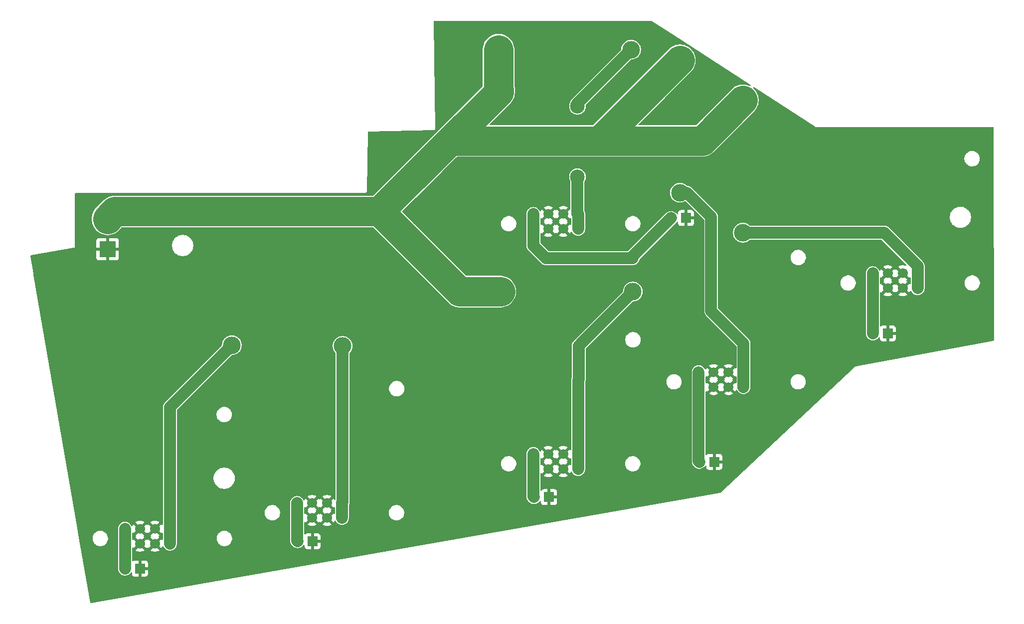
<source format=gbr>
%TF.GenerationSoftware,KiCad,Pcbnew,9.0.6*%
%TF.CreationDate,2026-01-21T14:54:26-06:00*%
%TF.ProjectId,buckboard,6275636b-626f-4617-9264-2e6b69636164,rev?*%
%TF.SameCoordinates,Original*%
%TF.FileFunction,Copper,L2,Bot*%
%TF.FilePolarity,Positive*%
%FSLAX46Y46*%
G04 Gerber Fmt 4.6, Leading zero omitted, Abs format (unit mm)*
G04 Created by KiCad (PCBNEW 9.0.6) date 2026-01-21 14:54:26*
%MOMM*%
%LPD*%
G01*
G04 APERTURE LIST*
%TA.AperFunction,ComponentPad*%
%ADD10C,3.000000*%
%TD*%
%TA.AperFunction,ComponentPad*%
%ADD11R,1.700000X1.700000*%
%TD*%
%TA.AperFunction,ComponentPad*%
%ADD12C,1.700000*%
%TD*%
%TA.AperFunction,ComponentPad*%
%ADD13R,2.800000X2.800000*%
%TD*%
%TA.AperFunction,ComponentPad*%
%ADD14C,2.800000*%
%TD*%
%TA.AperFunction,ViaPad*%
%ADD15C,2.500000*%
%TD*%
%TA.AperFunction,Conductor*%
%ADD16C,2.000000*%
%TD*%
%TA.AperFunction,Conductor*%
%ADD17C,5.000000*%
%TD*%
G04 APERTURE END LIST*
D10*
%TO.P,REF\u002A\u002A,1*%
%TO.N,VIN*%
X125700000Y-87850000D03*
%TO.P,REF\u002A\u002A,2*%
X125700000Y-65350000D03*
%TD*%
D11*
%TO.P,REF\u002A\u002A,1*%
%TO.N,12V3*%
X215750200Y-78026812D03*
D12*
%TO.P,REF\u002A\u002A,2*%
X215750200Y-75486812D03*
%TO.P,REF\u002A\u002A,3*%
%TO.N,GND*%
X218290200Y-78026812D03*
%TO.P,REF\u002A\u002A,4*%
X218290200Y-75486812D03*
%TO.P,REF\u002A\u002A,5*%
X220830200Y-78026812D03*
%TO.P,REF\u002A\u002A,6*%
X220830200Y-75486812D03*
%TO.P,REF\u002A\u002A,7*%
%TO.N,VIN*%
X223370200Y-78026812D03*
%TO.P,REF\u002A\u002A,8*%
X223370200Y-75486812D03*
%TD*%
D10*
%TO.P,REF\u002A\u002A,1*%
%TO.N,VIN*%
X183000000Y-61800000D03*
%TO.P,REF\u002A\u002A,2*%
X183000000Y-39300000D03*
%TD*%
D11*
%TO.P,REF\u002A\u002A,1*%
%TO.N,12V2*%
X186182866Y-94821800D03*
D12*
%TO.P,REF\u002A\u002A,2*%
X186182866Y-92281800D03*
%TO.P,REF\u002A\u002A,3*%
%TO.N,GND*%
X188722866Y-94821800D03*
%TO.P,REF\u002A\u002A,4*%
X188722866Y-92281800D03*
%TO.P,REF\u002A\u002A,5*%
X191262866Y-94821800D03*
%TO.P,REF\u002A\u002A,6*%
X191262866Y-92281800D03*
%TO.P,REF\u002A\u002A,7*%
%TO.N,VIN*%
X193802866Y-94821800D03*
%TO.P,REF\u002A\u002A,8*%
X193802866Y-92281800D03*
%TD*%
D11*
%TO.P,REF\u002A\u002A,1*%
%TO.N,GND*%
X184040000Y-66100000D03*
D12*
%TO.P,REF\u002A\u002A,2*%
%TO.N,9V*%
X181500000Y-66100000D03*
%TD*%
D11*
%TO.P,REF\u002A\u002A,1*%
%TO.N,GND*%
X188824466Y-107521800D03*
D12*
%TO.P,REF\u002A\u002A,2*%
%TO.N,12V2*%
X186284466Y-107521800D03*
%TD*%
D10*
%TO.P,REF\u002A\u002A,1*%
%TO.N,VIN*%
X106900000Y-87700000D03*
%TO.P,REF\u002A\u002A,2*%
X106900000Y-65200000D03*
%TD*%
D11*
%TO.P,REF\u002A\u002A,1*%
%TO.N,GND*%
X218315600Y-85723012D03*
D12*
%TO.P,REF\u002A\u002A,2*%
%TO.N,12V3*%
X215775600Y-85723012D03*
%TD*%
D11*
%TO.P,REF\u002A\u002A,1*%
%TO.N,GND*%
X91290000Y-125646400D03*
D12*
%TO.P,REF\u002A\u002A,2*%
%TO.N,5V*%
X88750000Y-125646400D03*
%TD*%
D10*
%TO.P,REF\u002A\u002A,1*%
%TO.N,VIN*%
X175000000Y-78600000D03*
%TO.P,REF\u002A\u002A,2*%
X152500000Y-78600000D03*
%TD*%
D11*
%TO.P,REF\u002A\u002A,1*%
%TO.N,12V1*%
X158100000Y-108740000D03*
D12*
%TO.P,REF\u002A\u002A,2*%
X158100000Y-106200000D03*
%TO.P,REF\u002A\u002A,3*%
%TO.N,GND*%
X160640000Y-108740000D03*
%TO.P,REF\u002A\u002A,4*%
X160640000Y-106200000D03*
%TO.P,REF\u002A\u002A,5*%
X163180000Y-108740000D03*
%TO.P,REF\u002A\u002A,6*%
X163180000Y-106200000D03*
%TO.P,REF\u002A\u002A,7*%
%TO.N,VIN*%
X165720000Y-108740000D03*
%TO.P,REF\u002A\u002A,8*%
X165720000Y-106200000D03*
%TD*%
D11*
%TO.P,REF\u002A\u002A,1*%
%TO.N,GND*%
X160767000Y-113515200D03*
D12*
%TO.P,REF\u002A\u002A,2*%
%TO.N,12V1*%
X158227000Y-113515200D03*
%TD*%
D11*
%TO.P,REF\u002A\u002A,1*%
%TO.N,GND*%
X120600000Y-121000000D03*
D12*
%TO.P,REF\u002A\u002A,2*%
%TO.N,5V2*%
X118060000Y-121000000D03*
%TD*%
D13*
%TO.P,REF\u002A\u002A,1*%
%TO.N,GND*%
X85801200Y-71399400D03*
D14*
%TO.P,REF\u002A\u002A,2*%
%TO.N,VIN*%
X85801200Y-66319400D03*
%TD*%
D10*
%TO.P,REF\u002A\u002A,1*%
%TO.N,VIN*%
X174700000Y-37500000D03*
%TO.P,REF\u002A\u002A,2*%
X152200000Y-37500000D03*
%TD*%
D11*
%TO.P,REF\u002A\u002A,1*%
%TO.N,5V*%
X88750000Y-121430000D03*
D12*
%TO.P,REF\u002A\u002A,2*%
X88750000Y-118890000D03*
%TO.P,REF\u002A\u002A,3*%
%TO.N,GND*%
X91290000Y-121430000D03*
%TO.P,REF\u002A\u002A,4*%
X91290000Y-118890000D03*
%TO.P,REF\u002A\u002A,5*%
X93830000Y-121430000D03*
%TO.P,REF\u002A\u002A,6*%
X93830000Y-118890000D03*
%TO.P,REF\u002A\u002A,7*%
%TO.N,VIN*%
X96370000Y-121430000D03*
%TO.P,REF\u002A\u002A,8*%
X96370000Y-118890000D03*
%TD*%
D11*
%TO.P,REF\u002A\u002A,1*%
%TO.N,9V*%
X158112700Y-67957800D03*
D12*
%TO.P,REF\u002A\u002A,2*%
X158112700Y-65417800D03*
%TO.P,REF\u002A\u002A,3*%
%TO.N,GND*%
X160652700Y-67957800D03*
%TO.P,REF\u002A\u002A,4*%
X160652700Y-65417800D03*
%TO.P,REF\u002A\u002A,5*%
X163192700Y-67957800D03*
%TO.P,REF\u002A\u002A,6*%
X163192700Y-65417800D03*
%TO.P,REF\u002A\u002A,7*%
%TO.N,VIN*%
X165732700Y-67957800D03*
%TO.P,REF\u002A\u002A,8*%
X165732700Y-65417800D03*
%TD*%
D10*
%TO.P,REF\u002A\u002A,1*%
%TO.N,VIN*%
X193700000Y-68600000D03*
%TO.P,REF\u002A\u002A,2*%
X193700000Y-46100000D03*
%TD*%
D11*
%TO.P,REF\u002A\u002A,1*%
%TO.N,5V2*%
X117982866Y-117045600D03*
D12*
%TO.P,REF\u002A\u002A,2*%
X117982866Y-114505600D03*
%TO.P,REF\u002A\u002A,3*%
%TO.N,GND*%
X120522866Y-117045600D03*
%TO.P,REF\u002A\u002A,4*%
X120522866Y-114505600D03*
%TO.P,REF\u002A\u002A,5*%
X123062866Y-117045600D03*
%TO.P,REF\u002A\u002A,6*%
X123062866Y-114505600D03*
%TO.P,REF\u002A\u002A,7*%
%TO.N,VIN*%
X125602866Y-117045600D03*
%TO.P,REF\u002A\u002A,8*%
X125602866Y-114505600D03*
%TD*%
D15*
%TO.N,VIN*%
X165600000Y-59100000D03*
X165600000Y-47100000D03*
%TD*%
D16*
%TO.N,VIN*%
X125700000Y-114408466D02*
X125602866Y-114505600D01*
X193802866Y-87402866D02*
X193802866Y-92281800D01*
D17*
X169300000Y-53000000D02*
X186800000Y-53000000D01*
X152300000Y-44300000D02*
X152200000Y-44200000D01*
D16*
X165700000Y-93700000D02*
X165720000Y-93720000D01*
X165720000Y-108740000D02*
X165720000Y-106200000D01*
D17*
X169300000Y-53000000D02*
X145090800Y-53000000D01*
X132000000Y-65000000D02*
X152300000Y-44700000D01*
D16*
X165600000Y-46600000D02*
X165600000Y-47100000D01*
X188300000Y-65900000D02*
X188300000Y-81900000D01*
X106900000Y-87700000D02*
X96370000Y-98230000D01*
D17*
X132000000Y-65000000D02*
X145600000Y-78600000D01*
D16*
X183000000Y-61800000D02*
X184200000Y-61800000D01*
X223370200Y-74284731D02*
X223370200Y-75486812D01*
D17*
X85801200Y-66319400D02*
X85801200Y-66198800D01*
D16*
X184200000Y-61800000D02*
X188300000Y-65900000D01*
X96370000Y-121430000D02*
X96370000Y-118890000D01*
D17*
X87000000Y-65000000D02*
X132000000Y-65000000D01*
D16*
X165720000Y-93720000D02*
X165720000Y-106200000D01*
X165800000Y-93600000D02*
X165700000Y-93700000D01*
D17*
X145600000Y-78600000D02*
X152500000Y-78600000D01*
D16*
X125700000Y-87850000D02*
X125700000Y-114408466D01*
D17*
X186800000Y-53000000D02*
X193700000Y-46100000D01*
X152200000Y-44200000D02*
X152200000Y-37500000D01*
D16*
X188300000Y-81900000D02*
X193802866Y-87402866D01*
X165600000Y-59100000D02*
X165600000Y-65417800D01*
X223370200Y-75486812D02*
X223370200Y-78026812D01*
X165732700Y-67957800D02*
X165732700Y-65417800D01*
X175000000Y-78600000D02*
X165800000Y-87800000D01*
X193700000Y-68600000D02*
X217685469Y-68600000D01*
D17*
X183000000Y-39300000D02*
X169300000Y-53000000D01*
D16*
X174700000Y-37500000D02*
X165600000Y-46600000D01*
X96370000Y-98230000D02*
X96370000Y-118890000D01*
X217685469Y-68600000D02*
X223370200Y-74284731D01*
X125602866Y-114505600D02*
X125602866Y-117045600D01*
D17*
X152300000Y-44700000D02*
X152300000Y-44300000D01*
X85801200Y-66198800D02*
X87000000Y-65000000D01*
D16*
X165800000Y-87800000D02*
X165800000Y-93600000D01*
X193802866Y-92281800D02*
X193802866Y-94821800D01*
%TO.N,12V3*%
X215750200Y-75486812D02*
X215750200Y-78026812D01*
X215750200Y-85697612D02*
X215775600Y-85723012D01*
X215750200Y-78026812D02*
X215750200Y-85697612D01*
%TO.N,12V2*%
X186182866Y-92281800D02*
X186182866Y-94821800D01*
X186182866Y-107420200D02*
X186284466Y-107521800D01*
X186182866Y-94821800D02*
X186182866Y-107420200D01*
%TO.N,12V1*%
X158100000Y-113388200D02*
X158227000Y-113515200D01*
X158100000Y-108740000D02*
X158100000Y-106200000D01*
X158100000Y-108740000D02*
X158100000Y-113388200D01*
%TO.N,9V*%
X175000000Y-72600000D02*
X181500000Y-66100000D01*
X158112700Y-67957800D02*
X158112700Y-70807800D01*
X175000000Y-72900000D02*
X175000000Y-72600000D01*
X158112700Y-65417800D02*
X158112700Y-67957800D01*
X158112700Y-70807800D02*
X160204900Y-72900000D01*
X160204900Y-72900000D02*
X175000000Y-72900000D01*
%TO.N,5V*%
X88750000Y-121430000D02*
X88750000Y-125646400D01*
X88750000Y-118890000D02*
X88750000Y-121430000D01*
%TO.N,5V2*%
X117982866Y-117045600D02*
X117982866Y-120922866D01*
X117982866Y-117045600D02*
X117982866Y-114505600D01*
X117982866Y-120922866D02*
X118060000Y-121000000D01*
%TD*%
%TA.AperFunction,Conductor*%
%TO.N,GND*%
G36*
X90824075Y-119082993D02*
G01*
X90889901Y-119197007D01*
X90982993Y-119290099D01*
X91097007Y-119355925D01*
X91160591Y-119372962D01*
X90559971Y-119973581D01*
X90638711Y-120090895D01*
X90639920Y-120094729D01*
X90642844Y-120097491D01*
X90650343Y-120127778D01*
X90659727Y-120157529D01*
X90658671Y-120161408D01*
X90659638Y-120165312D01*
X90649573Y-120194844D01*
X90641383Y-120224947D01*
X90638397Y-120227640D01*
X90637100Y-120231447D01*
X90592051Y-120270483D01*
X90582440Y-120275380D01*
X90528282Y-120314727D01*
X90528282Y-120314728D01*
X91160591Y-120947037D01*
X91097007Y-120964075D01*
X90982993Y-121029901D01*
X90889901Y-121122993D01*
X90824075Y-121237007D01*
X90807037Y-121300591D01*
X90174728Y-120668282D01*
X90174727Y-120668282D01*
X90149819Y-120702567D01*
X90094489Y-120745233D01*
X90024876Y-120751212D01*
X89963080Y-120718607D01*
X89928723Y-120657769D01*
X89925500Y-120629682D01*
X89925500Y-119690315D01*
X89945185Y-119623276D01*
X89997989Y-119577521D01*
X90067147Y-119567577D01*
X90130703Y-119596602D01*
X90149819Y-119617431D01*
X90174728Y-119651716D01*
X90807037Y-119019408D01*
X90824075Y-119082993D01*
G37*
%TD.AperFunction*%
%TA.AperFunction,Conductor*%
G36*
X93364075Y-119082993D02*
G01*
X93429901Y-119197007D01*
X93522993Y-119290099D01*
X93637007Y-119355925D01*
X93700590Y-119372962D01*
X93068282Y-120005269D01*
X93068282Y-120005270D01*
X93122452Y-120044626D01*
X93132048Y-120049516D01*
X93182844Y-120097491D01*
X93199638Y-120165312D01*
X93177100Y-120231447D01*
X93132051Y-120270483D01*
X93122440Y-120275380D01*
X93068282Y-120314727D01*
X93068282Y-120314728D01*
X93700591Y-120947037D01*
X93637007Y-120964075D01*
X93522993Y-121029901D01*
X93429901Y-121122993D01*
X93364075Y-121237007D01*
X93347037Y-121300591D01*
X92714728Y-120668282D01*
X92714727Y-120668282D01*
X92675380Y-120722440D01*
X92670483Y-120732051D01*
X92622506Y-120782845D01*
X92554684Y-120799638D01*
X92488550Y-120777098D01*
X92449516Y-120732048D01*
X92444626Y-120722452D01*
X92405270Y-120668282D01*
X92405269Y-120668282D01*
X91772962Y-121300590D01*
X91755925Y-121237007D01*
X91690099Y-121122993D01*
X91597007Y-121029901D01*
X91482993Y-120964075D01*
X91419409Y-120947037D01*
X92051716Y-120314728D01*
X91997550Y-120275375D01*
X91987954Y-120270486D01*
X91937157Y-120222512D01*
X91920361Y-120154692D01*
X91941288Y-120090895D01*
X92020027Y-119973581D01*
X91419408Y-119372962D01*
X91482993Y-119355925D01*
X91597007Y-119290099D01*
X91690099Y-119197007D01*
X91755925Y-119082993D01*
X91772962Y-119019408D01*
X92405270Y-119651717D01*
X92405270Y-119651716D01*
X92444622Y-119597554D01*
X92449514Y-119587954D01*
X92497488Y-119537157D01*
X92565308Y-119520361D01*
X92631444Y-119542897D01*
X92670486Y-119587954D01*
X92675375Y-119597550D01*
X92714728Y-119651716D01*
X93347037Y-119019408D01*
X93364075Y-119082993D01*
G37*
%TD.AperFunction*%
%TA.AperFunction,Conductor*%
G36*
X94945270Y-119651717D02*
G01*
X94945270Y-119651716D01*
X94970182Y-119617430D01*
X95025512Y-119574765D01*
X95095126Y-119568786D01*
X95156921Y-119601392D01*
X95191278Y-119662231D01*
X95194500Y-119690316D01*
X95194500Y-120629684D01*
X95174815Y-120696723D01*
X95122011Y-120742478D01*
X95052853Y-120752422D01*
X94989297Y-120723397D01*
X94970182Y-120702569D01*
X94945271Y-120668282D01*
X94945269Y-120668282D01*
X94312962Y-121300590D01*
X94295925Y-121237007D01*
X94230099Y-121122993D01*
X94137007Y-121029901D01*
X94022993Y-120964075D01*
X93959409Y-120947037D01*
X94591716Y-120314728D01*
X94537550Y-120275375D01*
X94527954Y-120270486D01*
X94477157Y-120222512D01*
X94460361Y-120154692D01*
X94482897Y-120088556D01*
X94527954Y-120049514D01*
X94537554Y-120044622D01*
X94591716Y-120005270D01*
X94591717Y-120005270D01*
X93959408Y-119372962D01*
X94022993Y-119355925D01*
X94137007Y-119290099D01*
X94230099Y-119197007D01*
X94295925Y-119082993D01*
X94312962Y-119019408D01*
X94945270Y-119651717D01*
G37*
%TD.AperFunction*%
%TA.AperFunction,Conductor*%
G36*
X120056941Y-114698593D02*
G01*
X120122767Y-114812607D01*
X120215859Y-114905699D01*
X120329873Y-114971525D01*
X120393457Y-114988562D01*
X119792837Y-115589181D01*
X119871577Y-115706495D01*
X119872786Y-115710329D01*
X119875710Y-115713091D01*
X119883209Y-115743378D01*
X119892593Y-115773129D01*
X119891537Y-115777008D01*
X119892504Y-115780912D01*
X119882439Y-115810444D01*
X119874249Y-115840547D01*
X119871263Y-115843240D01*
X119869966Y-115847047D01*
X119824917Y-115886083D01*
X119815306Y-115890980D01*
X119761148Y-115930327D01*
X119761148Y-115930328D01*
X120393457Y-116562637D01*
X120329873Y-116579675D01*
X120215859Y-116645501D01*
X120122767Y-116738593D01*
X120056941Y-116852607D01*
X120039903Y-116916191D01*
X119407594Y-116283882D01*
X119407593Y-116283882D01*
X119382685Y-116318167D01*
X119327355Y-116360833D01*
X119257742Y-116366812D01*
X119195946Y-116334207D01*
X119161589Y-116273369D01*
X119158366Y-116245282D01*
X119158366Y-115305915D01*
X119178051Y-115238876D01*
X119230855Y-115193121D01*
X119300013Y-115183177D01*
X119363569Y-115212202D01*
X119382685Y-115233031D01*
X119407594Y-115267316D01*
X120039903Y-114635008D01*
X120056941Y-114698593D01*
G37*
%TD.AperFunction*%
%TA.AperFunction,Conductor*%
G36*
X122596941Y-114698593D02*
G01*
X122662767Y-114812607D01*
X122755859Y-114905699D01*
X122869873Y-114971525D01*
X122933456Y-114988562D01*
X122301148Y-115620869D01*
X122301148Y-115620870D01*
X122355318Y-115660226D01*
X122364914Y-115665116D01*
X122415710Y-115713091D01*
X122432504Y-115780912D01*
X122409966Y-115847047D01*
X122364917Y-115886083D01*
X122355306Y-115890980D01*
X122301148Y-115930327D01*
X122301148Y-115930328D01*
X122933457Y-116562637D01*
X122869873Y-116579675D01*
X122755859Y-116645501D01*
X122662767Y-116738593D01*
X122596941Y-116852607D01*
X122579903Y-116916191D01*
X121947594Y-116283882D01*
X121947593Y-116283882D01*
X121908246Y-116338040D01*
X121903349Y-116347651D01*
X121855372Y-116398445D01*
X121787550Y-116415238D01*
X121721416Y-116392698D01*
X121682382Y-116347648D01*
X121677492Y-116338052D01*
X121638136Y-116283882D01*
X121638135Y-116283882D01*
X121005828Y-116916190D01*
X120988791Y-116852607D01*
X120922965Y-116738593D01*
X120829873Y-116645501D01*
X120715859Y-116579675D01*
X120652275Y-116562637D01*
X121284582Y-115930328D01*
X121230416Y-115890975D01*
X121220820Y-115886086D01*
X121170023Y-115838112D01*
X121153227Y-115770292D01*
X121174154Y-115706495D01*
X121252893Y-115589181D01*
X120652274Y-114988562D01*
X120715859Y-114971525D01*
X120829873Y-114905699D01*
X120922965Y-114812607D01*
X120988791Y-114698593D01*
X121005828Y-114635009D01*
X121638136Y-115267317D01*
X121638136Y-115267316D01*
X121677488Y-115213154D01*
X121682380Y-115203554D01*
X121730354Y-115152757D01*
X121798174Y-115135961D01*
X121864310Y-115158497D01*
X121903352Y-115203554D01*
X121908241Y-115213150D01*
X121947594Y-115267316D01*
X122579903Y-114635008D01*
X122596941Y-114698593D01*
G37*
%TD.AperFunction*%
%TA.AperFunction,Conductor*%
G36*
X124178136Y-115267317D02*
G01*
X124178136Y-115267316D01*
X124203048Y-115233030D01*
X124258378Y-115190365D01*
X124327992Y-115184386D01*
X124389787Y-115216992D01*
X124424144Y-115277831D01*
X124427366Y-115305916D01*
X124427366Y-116245284D01*
X124407681Y-116312323D01*
X124354877Y-116358078D01*
X124285719Y-116368022D01*
X124222163Y-116338997D01*
X124203048Y-116318169D01*
X124178137Y-116283882D01*
X124178135Y-116283882D01*
X123545828Y-116916190D01*
X123528791Y-116852607D01*
X123462965Y-116738593D01*
X123369873Y-116645501D01*
X123255859Y-116579675D01*
X123192275Y-116562637D01*
X123824582Y-115930328D01*
X123770416Y-115890975D01*
X123760820Y-115886086D01*
X123710023Y-115838112D01*
X123693227Y-115770292D01*
X123715763Y-115704156D01*
X123760820Y-115665114D01*
X123770420Y-115660222D01*
X123824582Y-115620870D01*
X123824583Y-115620870D01*
X123192274Y-114988562D01*
X123255859Y-114971525D01*
X123369873Y-114905699D01*
X123462965Y-114812607D01*
X123528791Y-114698593D01*
X123545828Y-114635008D01*
X124178136Y-115267317D01*
G37*
%TD.AperFunction*%
%TA.AperFunction,Conductor*%
G36*
X160174075Y-106392993D02*
G01*
X160239901Y-106507007D01*
X160332993Y-106600099D01*
X160447007Y-106665925D01*
X160510591Y-106682962D01*
X159909971Y-107283581D01*
X159988711Y-107400895D01*
X159989920Y-107404729D01*
X159992844Y-107407491D01*
X160000343Y-107437778D01*
X160009727Y-107467529D01*
X160008671Y-107471408D01*
X160009638Y-107475312D01*
X159999573Y-107504844D01*
X159991383Y-107534947D01*
X159988397Y-107537640D01*
X159987100Y-107541447D01*
X159942051Y-107580483D01*
X159932440Y-107585380D01*
X159878282Y-107624727D01*
X159878282Y-107624728D01*
X160510591Y-108257037D01*
X160447007Y-108274075D01*
X160332993Y-108339901D01*
X160239901Y-108432993D01*
X160174075Y-108547007D01*
X160157037Y-108610591D01*
X159524728Y-107978282D01*
X159524727Y-107978282D01*
X159499819Y-108012567D01*
X159444489Y-108055233D01*
X159374876Y-108061212D01*
X159313080Y-108028607D01*
X159278723Y-107967769D01*
X159275500Y-107939682D01*
X159275500Y-107000315D01*
X159295185Y-106933276D01*
X159347989Y-106887521D01*
X159417147Y-106877577D01*
X159480703Y-106906602D01*
X159499819Y-106927431D01*
X159524728Y-106961716D01*
X160157037Y-106329408D01*
X160174075Y-106392993D01*
G37*
%TD.AperFunction*%
%TA.AperFunction,Conductor*%
G36*
X162714075Y-106392993D02*
G01*
X162779901Y-106507007D01*
X162872993Y-106600099D01*
X162987007Y-106665925D01*
X163050590Y-106682962D01*
X162418282Y-107315269D01*
X162418282Y-107315270D01*
X162472452Y-107354626D01*
X162482048Y-107359516D01*
X162532844Y-107407491D01*
X162549638Y-107475312D01*
X162527100Y-107541447D01*
X162482051Y-107580483D01*
X162472440Y-107585380D01*
X162418282Y-107624727D01*
X162418282Y-107624728D01*
X163050591Y-108257037D01*
X162987007Y-108274075D01*
X162872993Y-108339901D01*
X162779901Y-108432993D01*
X162714075Y-108547007D01*
X162697037Y-108610591D01*
X162064728Y-107978282D01*
X162064727Y-107978282D01*
X162025380Y-108032440D01*
X162020483Y-108042051D01*
X161972506Y-108092845D01*
X161904684Y-108109638D01*
X161838550Y-108087098D01*
X161799516Y-108042048D01*
X161794626Y-108032452D01*
X161755270Y-107978282D01*
X161755269Y-107978282D01*
X161122962Y-108610590D01*
X161105925Y-108547007D01*
X161040099Y-108432993D01*
X160947007Y-108339901D01*
X160832993Y-108274075D01*
X160769409Y-108257037D01*
X161401716Y-107624728D01*
X161347550Y-107585375D01*
X161337954Y-107580486D01*
X161287157Y-107532512D01*
X161270361Y-107464692D01*
X161291288Y-107400895D01*
X161370027Y-107283581D01*
X160769408Y-106682962D01*
X160832993Y-106665925D01*
X160947007Y-106600099D01*
X161040099Y-106507007D01*
X161105925Y-106392993D01*
X161122962Y-106329408D01*
X161755270Y-106961717D01*
X161755270Y-106961716D01*
X161794622Y-106907554D01*
X161799514Y-106897954D01*
X161847488Y-106847157D01*
X161915308Y-106830361D01*
X161981444Y-106852897D01*
X162020486Y-106897954D01*
X162025375Y-106907550D01*
X162064728Y-106961716D01*
X162697037Y-106329408D01*
X162714075Y-106392993D01*
G37*
%TD.AperFunction*%
%TA.AperFunction,Conductor*%
G36*
X164295270Y-106961717D02*
G01*
X164295270Y-106961716D01*
X164320182Y-106927430D01*
X164375512Y-106884765D01*
X164445126Y-106878786D01*
X164506921Y-106911392D01*
X164541278Y-106972231D01*
X164544500Y-107000316D01*
X164544500Y-107939684D01*
X164524815Y-108006723D01*
X164472011Y-108052478D01*
X164402853Y-108062422D01*
X164339297Y-108033397D01*
X164320182Y-108012569D01*
X164295271Y-107978282D01*
X164295269Y-107978282D01*
X163662962Y-108610590D01*
X163645925Y-108547007D01*
X163580099Y-108432993D01*
X163487007Y-108339901D01*
X163372993Y-108274075D01*
X163309409Y-108257037D01*
X163941716Y-107624728D01*
X163887550Y-107585375D01*
X163877954Y-107580486D01*
X163827157Y-107532512D01*
X163810361Y-107464692D01*
X163832897Y-107398556D01*
X163877954Y-107359514D01*
X163887554Y-107354622D01*
X163941716Y-107315270D01*
X163941717Y-107315270D01*
X163309408Y-106682962D01*
X163372993Y-106665925D01*
X163487007Y-106600099D01*
X163580099Y-106507007D01*
X163645925Y-106392993D01*
X163662962Y-106329408D01*
X164295270Y-106961717D01*
G37*
%TD.AperFunction*%
%TA.AperFunction,Conductor*%
G36*
X190796941Y-92474793D02*
G01*
X190862767Y-92588807D01*
X190955859Y-92681899D01*
X191069873Y-92747725D01*
X191133456Y-92764762D01*
X190501148Y-93397069D01*
X190501148Y-93397070D01*
X190555318Y-93436426D01*
X190564914Y-93441316D01*
X190615710Y-93489291D01*
X190632504Y-93557112D01*
X190609966Y-93623247D01*
X190564917Y-93662283D01*
X190555306Y-93667180D01*
X190501148Y-93706527D01*
X190501148Y-93706528D01*
X191133457Y-94338837D01*
X191069873Y-94355875D01*
X190955859Y-94421701D01*
X190862767Y-94514793D01*
X190796941Y-94628807D01*
X190779903Y-94692391D01*
X190147594Y-94060082D01*
X190147593Y-94060082D01*
X190108246Y-94114240D01*
X190103349Y-94123851D01*
X190055372Y-94174645D01*
X189987550Y-94191438D01*
X189921416Y-94168898D01*
X189882382Y-94123848D01*
X189877492Y-94114252D01*
X189838136Y-94060082D01*
X189838135Y-94060082D01*
X189205828Y-94692390D01*
X189188791Y-94628807D01*
X189122965Y-94514793D01*
X189029873Y-94421701D01*
X188915859Y-94355875D01*
X188852275Y-94338837D01*
X189484582Y-93706528D01*
X189430416Y-93667175D01*
X189420820Y-93662286D01*
X189370023Y-93614312D01*
X189353227Y-93546492D01*
X189374154Y-93482695D01*
X189452893Y-93365381D01*
X188852274Y-92764762D01*
X188915859Y-92747725D01*
X189029873Y-92681899D01*
X189122965Y-92588807D01*
X189188791Y-92474793D01*
X189205828Y-92411208D01*
X189838136Y-93043517D01*
X189838136Y-93043516D01*
X189877488Y-92989354D01*
X189882380Y-92979754D01*
X189930354Y-92928957D01*
X189998174Y-92912161D01*
X190064310Y-92934697D01*
X190103352Y-92979754D01*
X190108241Y-92989350D01*
X190147594Y-93043516D01*
X190779903Y-92411208D01*
X190796941Y-92474793D01*
G37*
%TD.AperFunction*%
%TA.AperFunction,Conductor*%
G36*
X188256941Y-92474793D02*
G01*
X188322767Y-92588807D01*
X188415859Y-92681899D01*
X188529873Y-92747725D01*
X188593457Y-92764762D01*
X187992837Y-93365381D01*
X188071577Y-93482695D01*
X188072786Y-93486529D01*
X188075710Y-93489291D01*
X188083209Y-93519578D01*
X188092593Y-93549329D01*
X188091537Y-93553208D01*
X188092504Y-93557112D01*
X188082439Y-93586644D01*
X188074249Y-93616747D01*
X188071263Y-93619440D01*
X188069966Y-93623247D01*
X188024917Y-93662283D01*
X188015306Y-93667180D01*
X187961148Y-93706527D01*
X187961148Y-93706528D01*
X188593457Y-94338837D01*
X188529873Y-94355875D01*
X188415859Y-94421701D01*
X188322767Y-94514793D01*
X188256941Y-94628807D01*
X188239903Y-94692390D01*
X187607594Y-94060082D01*
X187607593Y-94060082D01*
X187582685Y-94094367D01*
X187527355Y-94137033D01*
X187457742Y-94143012D01*
X187395946Y-94110407D01*
X187361589Y-94049569D01*
X187358366Y-94021482D01*
X187358366Y-93082115D01*
X187378051Y-93015076D01*
X187430855Y-92969321D01*
X187500013Y-92959377D01*
X187563569Y-92988402D01*
X187582685Y-93009231D01*
X187607594Y-93043516D01*
X188239903Y-92411208D01*
X188256941Y-92474793D01*
G37*
%TD.AperFunction*%
%TA.AperFunction,Conductor*%
G36*
X192378136Y-93043517D02*
G01*
X192378136Y-93043516D01*
X192403048Y-93009230D01*
X192458378Y-92966565D01*
X192527992Y-92960586D01*
X192589787Y-92993192D01*
X192624144Y-93054031D01*
X192627366Y-93082116D01*
X192627366Y-94021484D01*
X192607681Y-94088523D01*
X192554877Y-94134278D01*
X192485719Y-94144222D01*
X192422163Y-94115197D01*
X192403048Y-94094369D01*
X192378137Y-94060082D01*
X192378135Y-94060082D01*
X191745828Y-94692390D01*
X191728791Y-94628807D01*
X191662965Y-94514793D01*
X191569873Y-94421701D01*
X191455859Y-94355875D01*
X191392275Y-94338837D01*
X192024582Y-93706528D01*
X191970416Y-93667175D01*
X191960820Y-93662286D01*
X191910023Y-93614312D01*
X191893227Y-93546492D01*
X191915763Y-93480356D01*
X191960820Y-93441314D01*
X191970420Y-93436422D01*
X192024582Y-93397070D01*
X192024583Y-93397070D01*
X191392274Y-92764762D01*
X191455859Y-92747725D01*
X191569873Y-92681899D01*
X191662965Y-92588807D01*
X191728791Y-92474793D01*
X191745828Y-92411208D01*
X192378136Y-93043517D01*
G37*
%TD.AperFunction*%
%TA.AperFunction,Conductor*%
G36*
X217824275Y-75679805D02*
G01*
X217890101Y-75793819D01*
X217983193Y-75886911D01*
X218097207Y-75952737D01*
X218160791Y-75969774D01*
X217560171Y-76570393D01*
X217638911Y-76687707D01*
X217640120Y-76691541D01*
X217643044Y-76694303D01*
X217650543Y-76724590D01*
X217659927Y-76754341D01*
X217658871Y-76758220D01*
X217659838Y-76762124D01*
X217649773Y-76791656D01*
X217641583Y-76821759D01*
X217638597Y-76824452D01*
X217637300Y-76828259D01*
X217592251Y-76867295D01*
X217582640Y-76872192D01*
X217528482Y-76911539D01*
X217528482Y-76911540D01*
X218160791Y-77543849D01*
X218097207Y-77560887D01*
X217983193Y-77626713D01*
X217890101Y-77719805D01*
X217824275Y-77833819D01*
X217807237Y-77897403D01*
X217174928Y-77265094D01*
X217174927Y-77265094D01*
X217150019Y-77299379D01*
X217094689Y-77342045D01*
X217025076Y-77348024D01*
X216963280Y-77315419D01*
X216928923Y-77254581D01*
X216925700Y-77226494D01*
X216925700Y-76287127D01*
X216945385Y-76220088D01*
X216998189Y-76174333D01*
X217067347Y-76164389D01*
X217130903Y-76193414D01*
X217150019Y-76214243D01*
X217174928Y-76248528D01*
X217807237Y-75616220D01*
X217824275Y-75679805D01*
G37*
%TD.AperFunction*%
%TA.AperFunction,Conductor*%
G36*
X220364275Y-75679805D02*
G01*
X220430101Y-75793819D01*
X220523193Y-75886911D01*
X220637207Y-75952737D01*
X220700790Y-75969774D01*
X220068482Y-76602081D01*
X220068482Y-76602082D01*
X220122652Y-76641438D01*
X220132248Y-76646328D01*
X220183044Y-76694303D01*
X220199838Y-76762124D01*
X220177300Y-76828259D01*
X220132251Y-76867295D01*
X220122640Y-76872192D01*
X220068482Y-76911539D01*
X220068482Y-76911540D01*
X220700791Y-77543849D01*
X220637207Y-77560887D01*
X220523193Y-77626713D01*
X220430101Y-77719805D01*
X220364275Y-77833819D01*
X220347237Y-77897403D01*
X219714928Y-77265094D01*
X219714927Y-77265094D01*
X219675580Y-77319252D01*
X219670683Y-77328863D01*
X219622706Y-77379657D01*
X219554884Y-77396450D01*
X219488750Y-77373910D01*
X219449716Y-77328860D01*
X219444826Y-77319264D01*
X219405470Y-77265094D01*
X219405469Y-77265094D01*
X218773162Y-77897402D01*
X218756125Y-77833819D01*
X218690299Y-77719805D01*
X218597207Y-77626713D01*
X218483193Y-77560887D01*
X218419609Y-77543849D01*
X219051916Y-76911540D01*
X218997750Y-76872187D01*
X218988154Y-76867298D01*
X218937357Y-76819324D01*
X218920561Y-76751504D01*
X218941488Y-76687707D01*
X219020227Y-76570393D01*
X218419608Y-75969774D01*
X218483193Y-75952737D01*
X218597207Y-75886911D01*
X218690299Y-75793819D01*
X218756125Y-75679805D01*
X218773162Y-75616220D01*
X219405470Y-76248529D01*
X219405470Y-76248528D01*
X219444822Y-76194366D01*
X219449714Y-76184766D01*
X219497688Y-76133969D01*
X219565508Y-76117173D01*
X219631644Y-76139709D01*
X219670686Y-76184766D01*
X219675575Y-76194362D01*
X219714928Y-76248528D01*
X220347237Y-75616220D01*
X220364275Y-75679805D01*
G37*
%TD.AperFunction*%
%TA.AperFunction,Conductor*%
G36*
X221945470Y-76248529D02*
G01*
X221945470Y-76248528D01*
X221970382Y-76214242D01*
X222025712Y-76171577D01*
X222095326Y-76165598D01*
X222157121Y-76198204D01*
X222191478Y-76259043D01*
X222194700Y-76287128D01*
X222194700Y-77226496D01*
X222175015Y-77293535D01*
X222122211Y-77339290D01*
X222053053Y-77349234D01*
X221989497Y-77320209D01*
X221970382Y-77299381D01*
X221945471Y-77265094D01*
X221945469Y-77265094D01*
X221313162Y-77897402D01*
X221296125Y-77833819D01*
X221230299Y-77719805D01*
X221137207Y-77626713D01*
X221023193Y-77560887D01*
X220959609Y-77543849D01*
X221591916Y-76911540D01*
X221537750Y-76872187D01*
X221528154Y-76867298D01*
X221477357Y-76819324D01*
X221460561Y-76751504D01*
X221483097Y-76685368D01*
X221528154Y-76646326D01*
X221537754Y-76641434D01*
X221591916Y-76602082D01*
X221591917Y-76602082D01*
X220959608Y-75969774D01*
X221023193Y-75952737D01*
X221137207Y-75886911D01*
X221230299Y-75793819D01*
X221296125Y-75679805D01*
X221313162Y-75616220D01*
X221945470Y-76248529D01*
G37*
%TD.AperFunction*%
%TA.AperFunction,Conductor*%
G36*
X160186775Y-65610793D02*
G01*
X160252601Y-65724807D01*
X160345693Y-65817899D01*
X160459707Y-65883725D01*
X160523291Y-65900762D01*
X159922671Y-66501381D01*
X160001411Y-66618695D01*
X160002620Y-66622529D01*
X160005544Y-66625291D01*
X160013043Y-66655578D01*
X160022427Y-66685329D01*
X160021371Y-66689208D01*
X160022338Y-66693112D01*
X160012273Y-66722644D01*
X160004083Y-66752747D01*
X160001097Y-66755440D01*
X159999800Y-66759247D01*
X159954751Y-66798283D01*
X159945140Y-66803180D01*
X159890982Y-66842527D01*
X159890982Y-66842528D01*
X160523291Y-67474837D01*
X160459707Y-67491875D01*
X160345693Y-67557701D01*
X160252601Y-67650793D01*
X160186775Y-67764807D01*
X160169737Y-67828391D01*
X159537428Y-67196082D01*
X159537427Y-67196082D01*
X159512519Y-67230367D01*
X159457189Y-67273033D01*
X159387576Y-67279012D01*
X159325780Y-67246407D01*
X159291423Y-67185569D01*
X159288200Y-67157482D01*
X159288200Y-66218115D01*
X159307885Y-66151076D01*
X159360689Y-66105321D01*
X159429847Y-66095377D01*
X159493403Y-66124402D01*
X159512519Y-66145231D01*
X159537428Y-66179516D01*
X160169737Y-65547208D01*
X160186775Y-65610793D01*
G37*
%TD.AperFunction*%
%TA.AperFunction,Conductor*%
G36*
X162726775Y-65610793D02*
G01*
X162792601Y-65724807D01*
X162885693Y-65817899D01*
X162999707Y-65883725D01*
X163063290Y-65900762D01*
X162430982Y-66533069D01*
X162430982Y-66533070D01*
X162485152Y-66572426D01*
X162494748Y-66577316D01*
X162545544Y-66625291D01*
X162562338Y-66693112D01*
X162539800Y-66759247D01*
X162494751Y-66798283D01*
X162485140Y-66803180D01*
X162430982Y-66842527D01*
X162430982Y-66842528D01*
X163063291Y-67474837D01*
X162999707Y-67491875D01*
X162885693Y-67557701D01*
X162792601Y-67650793D01*
X162726775Y-67764807D01*
X162709737Y-67828391D01*
X162077428Y-67196082D01*
X162077427Y-67196082D01*
X162038080Y-67250240D01*
X162033183Y-67259851D01*
X161985206Y-67310645D01*
X161917384Y-67327438D01*
X161851250Y-67304898D01*
X161812216Y-67259848D01*
X161807326Y-67250252D01*
X161767970Y-67196082D01*
X161767969Y-67196082D01*
X161135662Y-67828390D01*
X161118625Y-67764807D01*
X161052799Y-67650793D01*
X160959707Y-67557701D01*
X160845693Y-67491875D01*
X160782109Y-67474837D01*
X161414416Y-66842528D01*
X161360250Y-66803175D01*
X161350654Y-66798286D01*
X161299857Y-66750312D01*
X161283061Y-66682492D01*
X161303988Y-66618695D01*
X161382727Y-66501381D01*
X160782108Y-65900762D01*
X160845693Y-65883725D01*
X160959707Y-65817899D01*
X161052799Y-65724807D01*
X161118625Y-65610793D01*
X161135662Y-65547209D01*
X161767970Y-66179517D01*
X161767970Y-66179516D01*
X161807322Y-66125354D01*
X161812214Y-66115754D01*
X161860188Y-66064957D01*
X161928008Y-66048161D01*
X161994144Y-66070697D01*
X162033186Y-66115754D01*
X162038075Y-66125350D01*
X162077428Y-66179516D01*
X162709737Y-65547208D01*
X162726775Y-65610793D01*
G37*
%TD.AperFunction*%
%TA.AperFunction,Conductor*%
G36*
X164307970Y-66179517D02*
G01*
X164307970Y-66179516D01*
X164332882Y-66145230D01*
X164388212Y-66102565D01*
X164457826Y-66096586D01*
X164519621Y-66129192D01*
X164553978Y-66190031D01*
X164557200Y-66218116D01*
X164557200Y-67157484D01*
X164537515Y-67224523D01*
X164484711Y-67270278D01*
X164415553Y-67280222D01*
X164351997Y-67251197D01*
X164332882Y-67230369D01*
X164307971Y-67196082D01*
X164307969Y-67196082D01*
X163675662Y-67828390D01*
X163658625Y-67764807D01*
X163592799Y-67650793D01*
X163499707Y-67557701D01*
X163385693Y-67491875D01*
X163322109Y-67474837D01*
X163954416Y-66842528D01*
X163900250Y-66803175D01*
X163890654Y-66798286D01*
X163839857Y-66750312D01*
X163823061Y-66682492D01*
X163845597Y-66616356D01*
X163890654Y-66577314D01*
X163900254Y-66572422D01*
X163954416Y-66533070D01*
X163954417Y-66533070D01*
X163322108Y-65900762D01*
X163385693Y-65883725D01*
X163499707Y-65817899D01*
X163592799Y-65724807D01*
X163658625Y-65610793D01*
X163675662Y-65547208D01*
X164307970Y-66179517D01*
G37*
%TD.AperFunction*%
%TA.AperFunction,Conductor*%
G36*
X178228270Y-32620185D02*
G01*
X178228630Y-32620416D01*
X181937216Y-35024262D01*
X194945711Y-43456158D01*
X194991259Y-43509140D01*
X195000933Y-43578336D01*
X194971661Y-43641778D01*
X194912736Y-43679323D01*
X194842867Y-43679051D01*
X194824463Y-43671931D01*
X194725486Y-43624266D01*
X194441852Y-43525017D01*
X194441840Y-43525013D01*
X194215738Y-43473407D01*
X194148870Y-43458145D01*
X194148866Y-43458144D01*
X194148857Y-43458143D01*
X193850257Y-43424499D01*
X193850253Y-43424499D01*
X193549748Y-43424499D01*
X193549743Y-43424499D01*
X193251143Y-43458143D01*
X193251131Y-43458145D01*
X192958160Y-43525013D01*
X192958148Y-43525017D01*
X192674513Y-43624266D01*
X192674505Y-43624269D01*
X192403776Y-43754645D01*
X192149327Y-43914528D01*
X191914381Y-44101890D01*
X185728091Y-50288181D01*
X185666768Y-50321666D01*
X185640410Y-50324500D01*
X176058590Y-50324500D01*
X175991551Y-50304815D01*
X175945796Y-50252011D01*
X175935852Y-50182853D01*
X175964877Y-50119297D01*
X175970909Y-50112819D01*
X180432598Y-45651130D01*
X184998109Y-41085619D01*
X185185471Y-40850674D01*
X185345351Y-40596229D01*
X185475735Y-40325483D01*
X185574985Y-40041840D01*
X185641855Y-39748869D01*
X185675501Y-39450252D01*
X185675501Y-39149747D01*
X185641855Y-38851131D01*
X185574985Y-38558159D01*
X185475735Y-38274517D01*
X185475732Y-38274510D01*
X185345354Y-38003776D01*
X185234639Y-37827575D01*
X185185471Y-37749325D01*
X184998109Y-37514381D01*
X184785619Y-37301891D01*
X184550675Y-37114529D01*
X184416450Y-37030189D01*
X184296223Y-36954645D01*
X184025489Y-36824267D01*
X184025485Y-36824265D01*
X183741842Y-36725015D01*
X183741840Y-36725014D01*
X183515738Y-36673407D01*
X183448869Y-36658145D01*
X183448865Y-36658144D01*
X183448856Y-36658143D01*
X183150257Y-36624499D01*
X183150253Y-36624499D01*
X182849748Y-36624499D01*
X182849743Y-36624499D01*
X182551143Y-36658143D01*
X182551131Y-36658145D01*
X182258160Y-36725014D01*
X182258158Y-36725015D01*
X181974514Y-36824265D01*
X181974510Y-36824267D01*
X181703776Y-36954645D01*
X181449327Y-37114528D01*
X181214381Y-37301890D01*
X168228091Y-50288181D01*
X168166768Y-50321666D01*
X168140410Y-50324500D01*
X150758591Y-50324500D01*
X150691552Y-50304815D01*
X150645797Y-50252011D01*
X150635853Y-50182853D01*
X150664878Y-50119297D01*
X150670910Y-50112819D01*
X153795924Y-46987805D01*
X164174500Y-46987805D01*
X164174500Y-47212194D01*
X164209599Y-47433805D01*
X164278938Y-47647206D01*
X164380805Y-47847128D01*
X164512683Y-48028644D01*
X164512687Y-48028649D01*
X164671350Y-48187312D01*
X164671355Y-48187316D01*
X164829683Y-48302347D01*
X164852875Y-48319197D01*
X164980264Y-48384105D01*
X165052793Y-48421061D01*
X165052795Y-48421061D01*
X165052798Y-48421063D01*
X165167184Y-48458229D01*
X165266194Y-48490400D01*
X165487806Y-48525500D01*
X165487811Y-48525500D01*
X165712194Y-48525500D01*
X165933805Y-48490400D01*
X166147202Y-48421063D01*
X166347125Y-48319197D01*
X166528651Y-48187311D01*
X166687311Y-48028651D01*
X166819197Y-47847125D01*
X166921063Y-47647202D01*
X166990400Y-47433805D01*
X166996352Y-47396223D01*
X167025500Y-47212194D01*
X167025500Y-46987813D01*
X167025499Y-46987805D01*
X167014750Y-46919940D01*
X167023704Y-46850650D01*
X167049539Y-46812867D01*
X174650589Y-39211819D01*
X174711912Y-39178334D01*
X174738270Y-39175500D01*
X174809811Y-39175500D01*
X174809818Y-39175500D01*
X175027575Y-39146832D01*
X175239727Y-39089986D01*
X175442645Y-39005935D01*
X175632855Y-38896116D01*
X175807104Y-38762410D01*
X175962410Y-38607104D01*
X176096116Y-38432855D01*
X176205935Y-38242645D01*
X176289986Y-38039727D01*
X176346832Y-37827575D01*
X176375500Y-37609818D01*
X176375500Y-37390182D01*
X176346832Y-37172425D01*
X176289986Y-36960273D01*
X176287656Y-36954649D01*
X176205936Y-36757358D01*
X176205935Y-36757355D01*
X176096116Y-36567145D01*
X175962410Y-36392896D01*
X175962405Y-36392890D01*
X175807109Y-36237594D01*
X175807102Y-36237588D01*
X175632863Y-36103890D01*
X175632861Y-36103889D01*
X175632855Y-36103884D01*
X175442645Y-35994065D01*
X175442641Y-35994063D01*
X175239729Y-35910014D01*
X175027573Y-35853167D01*
X174809828Y-35824501D01*
X174809823Y-35824500D01*
X174809818Y-35824500D01*
X174590182Y-35824500D01*
X174590176Y-35824500D01*
X174590171Y-35824501D01*
X174372426Y-35853167D01*
X174160270Y-35910014D01*
X173957358Y-35994063D01*
X173957354Y-35994065D01*
X173767145Y-36103884D01*
X173767136Y-36103890D01*
X173592897Y-36237588D01*
X173592890Y-36237594D01*
X173437594Y-36392890D01*
X173437588Y-36392897D01*
X173303890Y-36567136D01*
X173303884Y-36567145D01*
X173194065Y-36757354D01*
X173194063Y-36757358D01*
X173110014Y-36960270D01*
X173053167Y-37172426D01*
X173024501Y-37390171D01*
X173024500Y-37390188D01*
X173024500Y-37461730D01*
X173004815Y-37528769D01*
X172988181Y-37549411D01*
X164703381Y-45834210D01*
X164703381Y-45834211D01*
X164703379Y-45834213D01*
X164656672Y-45898499D01*
X164594622Y-45983903D01*
X164510620Y-46148763D01*
X164501741Y-46176092D01*
X164484129Y-46210657D01*
X164380805Y-46352871D01*
X164278938Y-46552793D01*
X164209599Y-46766194D01*
X164174500Y-46987805D01*
X153795924Y-46987805D01*
X153888471Y-46895258D01*
X154017535Y-46766194D01*
X154298109Y-46485620D01*
X154344398Y-46427575D01*
X154485472Y-46250675D01*
X154589183Y-46085619D01*
X154645351Y-45996229D01*
X154775735Y-45725483D01*
X154781293Y-45709600D01*
X154874986Y-45441841D01*
X154924368Y-45225483D01*
X154941855Y-45148869D01*
X154975500Y-44850253D01*
X154975500Y-44549748D01*
X154975500Y-44149747D01*
X154964233Y-44049748D01*
X154948998Y-43914528D01*
X154941857Y-43851143D01*
X154941855Y-43851138D01*
X154941855Y-43851130D01*
X154904995Y-43689639D01*
X154902640Y-43679323D01*
X154878609Y-43574032D01*
X154875500Y-43546440D01*
X154875500Y-37349744D01*
X154875499Y-37349742D01*
X154870107Y-37301890D01*
X154841854Y-37051131D01*
X154774986Y-36758159D01*
X154774704Y-36757354D01*
X154675737Y-36474523D01*
X154675735Y-36474517D01*
X154545350Y-36203771D01*
X154385472Y-35949325D01*
X154198109Y-35714380D01*
X153985620Y-35501891D01*
X153750675Y-35314528D01*
X153496229Y-35154650D01*
X153496226Y-35154648D01*
X153225490Y-35024268D01*
X153225476Y-35024262D01*
X152941852Y-34925017D01*
X152941840Y-34925013D01*
X152648862Y-34858144D01*
X152648863Y-34858144D01*
X152350257Y-34824500D01*
X152350253Y-34824500D01*
X152049747Y-34824500D01*
X152049742Y-34824500D01*
X151751137Y-34858144D01*
X151458159Y-34925013D01*
X151458147Y-34925017D01*
X151174523Y-35024262D01*
X151174509Y-35024268D01*
X150903773Y-35154648D01*
X150649326Y-35314527D01*
X150414380Y-35501890D01*
X150201890Y-35714380D01*
X150014527Y-35949326D01*
X149854648Y-36203773D01*
X149724268Y-36474509D01*
X149724262Y-36474523D01*
X149625017Y-36758147D01*
X149625013Y-36758159D01*
X149558144Y-37051137D01*
X149524500Y-37349742D01*
X149524500Y-43640409D01*
X149504815Y-43707448D01*
X149488181Y-43728090D01*
X130928091Y-62288181D01*
X130866768Y-62321666D01*
X130840410Y-62324500D01*
X86849740Y-62324500D01*
X86551144Y-62358142D01*
X86551131Y-62358145D01*
X86404645Y-62391580D01*
X86404644Y-62391580D01*
X86258159Y-62425013D01*
X86258147Y-62425017D01*
X85974523Y-62524262D01*
X85974501Y-62524271D01*
X85703776Y-62654645D01*
X85579308Y-62732855D01*
X85449326Y-62814527D01*
X85214380Y-63001890D01*
X83803090Y-64413180D01*
X83615727Y-64648126D01*
X83542868Y-64764082D01*
X83455845Y-64902576D01*
X83336572Y-65150253D01*
X83336571Y-65150256D01*
X83325468Y-65173309D01*
X83325462Y-65173323D01*
X83226217Y-65456947D01*
X83226213Y-65456959D01*
X83212099Y-65518802D01*
X83212099Y-65518803D01*
X83159343Y-65749936D01*
X83141699Y-65906550D01*
X83141699Y-65906551D01*
X83125700Y-66048542D01*
X83125700Y-66469657D01*
X83159344Y-66768262D01*
X83226213Y-67061240D01*
X83226217Y-67061252D01*
X83325462Y-67344876D01*
X83325468Y-67344890D01*
X83455848Y-67615626D01*
X83455850Y-67615629D01*
X83615728Y-67870075D01*
X83803091Y-68105020D01*
X84015580Y-68317509D01*
X84250525Y-68504872D01*
X84504971Y-68664750D01*
X84775717Y-68795135D01*
X84775723Y-68795137D01*
X85059347Y-68894382D01*
X85059359Y-68894386D01*
X85352331Y-68961254D01*
X85352334Y-68961254D01*
X85352337Y-68961255D01*
X85352336Y-68961255D01*
X85501639Y-68978077D01*
X85650943Y-68994899D01*
X85650944Y-68994900D01*
X85650947Y-68994900D01*
X85951456Y-68994900D01*
X85951456Y-68994899D01*
X86167111Y-68970601D01*
X86250062Y-68961255D01*
X86250063Y-68961254D01*
X86250069Y-68961254D01*
X86543041Y-68894386D01*
X86826683Y-68795135D01*
X87097429Y-68664750D01*
X87351875Y-68504872D01*
X87586820Y-68317509D01*
X87799309Y-68105020D01*
X87986672Y-67870075D01*
X88072470Y-67733528D01*
X88124805Y-67687237D01*
X88177464Y-67675500D01*
X130840410Y-67675500D01*
X130907449Y-67695185D01*
X130928090Y-67711818D01*
X143601890Y-80385619D01*
X143601891Y-80385620D01*
X143814380Y-80598109D01*
X144049325Y-80785472D01*
X144146133Y-80846300D01*
X144245185Y-80908539D01*
X144303771Y-80945352D01*
X144303775Y-80945354D01*
X144574505Y-81075730D01*
X144574512Y-81075732D01*
X144574517Y-81075735D01*
X144787534Y-81150273D01*
X144858147Y-81174982D01*
X144858162Y-81174987D01*
X144906428Y-81186003D01*
X144989639Y-81204995D01*
X145151130Y-81241855D01*
X145151138Y-81241855D01*
X145151143Y-81241857D01*
X145365227Y-81265977D01*
X145449741Y-81275499D01*
X145449744Y-81275500D01*
X145449747Y-81275500D01*
X152650256Y-81275500D01*
X152650256Y-81275499D01*
X152865911Y-81251201D01*
X152948862Y-81241855D01*
X152948863Y-81241854D01*
X152948869Y-81241854D01*
X153241841Y-81174986D01*
X153525483Y-81075735D01*
X153796229Y-80945350D01*
X154050675Y-80785472D01*
X154285620Y-80598109D01*
X154498109Y-80385620D01*
X154685472Y-80150675D01*
X154845350Y-79896229D01*
X154975735Y-79625483D01*
X155074986Y-79341841D01*
X155141854Y-79048869D01*
X155143734Y-79032189D01*
X155151201Y-78965911D01*
X155175500Y-78750253D01*
X155175500Y-78449747D01*
X155141854Y-78151131D01*
X155074986Y-77858159D01*
X155074704Y-77857354D01*
X154975737Y-77574523D01*
X154975735Y-77574517D01*
X154845350Y-77303771D01*
X154685472Y-77049325D01*
X154498109Y-76814380D01*
X154285620Y-76601891D01*
X154050675Y-76414528D01*
X153847916Y-76287127D01*
X153796226Y-76254648D01*
X153525490Y-76124268D01*
X153525476Y-76124262D01*
X153241852Y-76025017D01*
X153241840Y-76025013D01*
X152948862Y-75958144D01*
X152948863Y-75958144D01*
X152650257Y-75924500D01*
X152650253Y-75924500D01*
X146759591Y-75924500D01*
X146692552Y-75904815D01*
X146671910Y-75888181D01*
X137745177Y-66961448D01*
X152621200Y-66961448D01*
X152621200Y-67166151D01*
X152653222Y-67368334D01*
X152716481Y-67563023D01*
X152809415Y-67745413D01*
X152929728Y-67911013D01*
X153074486Y-68055771D01*
X153229449Y-68168356D01*
X153240090Y-68176087D01*
X153356307Y-68235303D01*
X153422476Y-68269018D01*
X153422478Y-68269018D01*
X153422481Y-68269020D01*
X153526837Y-68302927D01*
X153617165Y-68332277D01*
X153718257Y-68348288D01*
X153819348Y-68364300D01*
X153819349Y-68364300D01*
X154024051Y-68364300D01*
X154024052Y-68364300D01*
X154226234Y-68332277D01*
X154420919Y-68269020D01*
X154603310Y-68176087D01*
X154762716Y-68060273D01*
X154768913Y-68055771D01*
X154768915Y-68055768D01*
X154768919Y-68055766D01*
X154913666Y-67911019D01*
X154913668Y-67911015D01*
X154913671Y-67911013D01*
X155019894Y-67764807D01*
X155033987Y-67745410D01*
X155126920Y-67563019D01*
X155190177Y-67368334D01*
X155222200Y-67166152D01*
X155222200Y-66961448D01*
X155203365Y-66842528D01*
X155190177Y-66759265D01*
X155129469Y-66572426D01*
X155126920Y-66564581D01*
X155126918Y-66564578D01*
X155126918Y-66564576D01*
X155093203Y-66498407D01*
X155033987Y-66382190D01*
X155010600Y-66350000D01*
X154913671Y-66216586D01*
X154768913Y-66071828D01*
X154603313Y-65951515D01*
X154603312Y-65951514D01*
X154603310Y-65951513D01*
X154537145Y-65917800D01*
X154420923Y-65858581D01*
X154226234Y-65795322D01*
X154051695Y-65767678D01*
X154024052Y-65763300D01*
X153819348Y-65763300D01*
X153795029Y-65767151D01*
X153617165Y-65795322D01*
X153422476Y-65858581D01*
X153240086Y-65951515D01*
X153074486Y-66071828D01*
X152929728Y-66216586D01*
X152809415Y-66382186D01*
X152716481Y-66564576D01*
X152653222Y-66759265D01*
X152621200Y-66961448D01*
X137745177Y-66961448D01*
X136109015Y-65325286D01*
X156937200Y-65325286D01*
X156937200Y-70900313D01*
X156966145Y-71083065D01*
X157023319Y-71259033D01*
X157023320Y-71259036D01*
X157107322Y-71423896D01*
X157216079Y-71573587D01*
X159439114Y-73796622D01*
X159588804Y-73905378D01*
X159602358Y-73912284D01*
X159753659Y-73989377D01*
X159753661Y-73989377D01*
X159753664Y-73989379D01*
X159929636Y-74046556D01*
X160087399Y-74071542D01*
X160112386Y-74075500D01*
X175092513Y-74075500D01*
X175092514Y-74075500D01*
X175275264Y-74046555D01*
X175451235Y-73989379D01*
X175616096Y-73905378D01*
X175765787Y-73796621D01*
X175896621Y-73665787D01*
X176005378Y-73516096D01*
X176089379Y-73351235D01*
X176146555Y-73175264D01*
X176148641Y-73162088D01*
X176151433Y-73144465D01*
X176181362Y-73081330D01*
X176186207Y-73076199D01*
X182396621Y-66865787D01*
X182465683Y-66770730D01*
X182521012Y-66728067D01*
X182590625Y-66722088D01*
X182652420Y-66754694D01*
X182686778Y-66815533D01*
X182690000Y-66843618D01*
X182690000Y-66997844D01*
X182696401Y-67057372D01*
X182696403Y-67057379D01*
X182746645Y-67192086D01*
X182746649Y-67192093D01*
X182832809Y-67307187D01*
X182832812Y-67307190D01*
X182947906Y-67393350D01*
X182947913Y-67393354D01*
X183082620Y-67443596D01*
X183082627Y-67443598D01*
X183142155Y-67449999D01*
X183142172Y-67450000D01*
X183790000Y-67450000D01*
X183790000Y-66533012D01*
X183847007Y-66565925D01*
X183974174Y-66600000D01*
X184105826Y-66600000D01*
X184232993Y-66565925D01*
X184290000Y-66533012D01*
X184290000Y-67450000D01*
X184937828Y-67450000D01*
X184937844Y-67449999D01*
X184997372Y-67443598D01*
X184997379Y-67443596D01*
X185132086Y-67393354D01*
X185132093Y-67393350D01*
X185247187Y-67307190D01*
X185247190Y-67307187D01*
X185333350Y-67192093D01*
X185333354Y-67192086D01*
X185383596Y-67057379D01*
X185383598Y-67057372D01*
X185389999Y-66997844D01*
X185390000Y-66997827D01*
X185390000Y-66350000D01*
X184473012Y-66350000D01*
X184505925Y-66292993D01*
X184540000Y-66165826D01*
X184540000Y-66034174D01*
X184505925Y-65907007D01*
X184473012Y-65850000D01*
X185390000Y-65850000D01*
X185390000Y-65202172D01*
X185389999Y-65202155D01*
X185383598Y-65142627D01*
X185383596Y-65142620D01*
X185333354Y-65007913D01*
X185333350Y-65007906D01*
X185247190Y-64892812D01*
X185247187Y-64892809D01*
X185132093Y-64806649D01*
X185132086Y-64806645D01*
X184997379Y-64756403D01*
X184997372Y-64756401D01*
X184937844Y-64750000D01*
X184290000Y-64750000D01*
X184290000Y-65666988D01*
X184232993Y-65634075D01*
X184105826Y-65600000D01*
X183974174Y-65600000D01*
X183847007Y-65634075D01*
X183790000Y-65666988D01*
X183790000Y-64750000D01*
X183142155Y-64750000D01*
X183082627Y-64756401D01*
X183082620Y-64756403D01*
X182947913Y-64806645D01*
X182947906Y-64806649D01*
X182832812Y-64892809D01*
X182832809Y-64892812D01*
X182746649Y-65007906D01*
X182746645Y-65007913D01*
X182696403Y-65142620D01*
X182696401Y-65142627D01*
X182690000Y-65202155D01*
X182690000Y-65356381D01*
X182670315Y-65423420D01*
X182617511Y-65469175D01*
X182548353Y-65479119D01*
X182484797Y-65450094D01*
X182465682Y-65429267D01*
X182409525Y-65351974D01*
X182396621Y-65334213D01*
X182265787Y-65203379D01*
X182116096Y-65094622D01*
X181951238Y-65010623D01*
X181951237Y-65010622D01*
X181951236Y-65010622D01*
X181775264Y-64953445D01*
X181775262Y-64953444D01*
X181775261Y-64953444D01*
X181634876Y-64931209D01*
X181592513Y-64924500D01*
X181407486Y-64924500D01*
X181365122Y-64931209D01*
X181224739Y-64953444D01*
X181048761Y-65010623D01*
X180883903Y-65094622D01*
X180807330Y-65150256D01*
X180734213Y-65203379D01*
X180734211Y-65203381D01*
X180734210Y-65203381D01*
X174249411Y-71688181D01*
X174188088Y-71721666D01*
X174161730Y-71724500D01*
X160743170Y-71724500D01*
X160676131Y-71704815D01*
X160655489Y-71688181D01*
X159324519Y-70357211D01*
X159291034Y-70295888D01*
X159288200Y-70269530D01*
X159288200Y-68758115D01*
X159307885Y-68691076D01*
X159360689Y-68645321D01*
X159429847Y-68635377D01*
X159493403Y-68664402D01*
X159512519Y-68685231D01*
X159537428Y-68719516D01*
X160169737Y-68087208D01*
X160186775Y-68150793D01*
X160252601Y-68264807D01*
X160345693Y-68357899D01*
X160459707Y-68423725D01*
X160523290Y-68440762D01*
X159890982Y-69073069D01*
X159890982Y-69073070D01*
X159945149Y-69112424D01*
X160134482Y-69208895D01*
X160336570Y-69274557D01*
X160546454Y-69307800D01*
X160758946Y-69307800D01*
X160968827Y-69274557D01*
X160968830Y-69274557D01*
X161170917Y-69208895D01*
X161360254Y-69112422D01*
X161414416Y-69073070D01*
X161414417Y-69073070D01*
X160782108Y-68440762D01*
X160845693Y-68423725D01*
X160959707Y-68357899D01*
X161052799Y-68264807D01*
X161118625Y-68150793D01*
X161135662Y-68087208D01*
X161767970Y-68719517D01*
X161767970Y-68719516D01*
X161807322Y-68665354D01*
X161812214Y-68655754D01*
X161860188Y-68604957D01*
X161928008Y-68588161D01*
X161994144Y-68610697D01*
X162033186Y-68655754D01*
X162038075Y-68665350D01*
X162077428Y-68719516D01*
X162709737Y-68087208D01*
X162726775Y-68150793D01*
X162792601Y-68264807D01*
X162885693Y-68357899D01*
X162999707Y-68423725D01*
X163063290Y-68440762D01*
X162430982Y-69073069D01*
X162430982Y-69073070D01*
X162485149Y-69112424D01*
X162674482Y-69208895D01*
X162876570Y-69274557D01*
X163086454Y-69307800D01*
X163298946Y-69307800D01*
X163508827Y-69274557D01*
X163508830Y-69274557D01*
X163710917Y-69208895D01*
X163900254Y-69112422D01*
X163954416Y-69073070D01*
X163954417Y-69073070D01*
X163322108Y-68440762D01*
X163385693Y-68423725D01*
X163499707Y-68357899D01*
X163592799Y-68264807D01*
X163658625Y-68150793D01*
X163675662Y-68087208D01*
X164307970Y-68719517D01*
X164307970Y-68719516D01*
X164347322Y-68665354D01*
X164443791Y-68476025D01*
X164445632Y-68471581D01*
X164489471Y-68417176D01*
X164555764Y-68395107D01*
X164623464Y-68412383D01*
X164670681Y-68462733D01*
X164692152Y-68504872D01*
X164727322Y-68573896D01*
X164836079Y-68723587D01*
X164966913Y-68854421D01*
X165116604Y-68963178D01*
X165178481Y-68994706D01*
X165281464Y-69047179D01*
X165281467Y-69047180D01*
X165307979Y-69055794D01*
X165457436Y-69104355D01*
X165640186Y-69133300D01*
X165640187Y-69133300D01*
X165825213Y-69133300D01*
X165825214Y-69133300D01*
X166007964Y-69104355D01*
X166183935Y-69047179D01*
X166348796Y-68963178D01*
X166498487Y-68854421D01*
X166629321Y-68723587D01*
X166738078Y-68573896D01*
X166822079Y-68409035D01*
X166879255Y-68233064D01*
X166908200Y-68050314D01*
X166908200Y-66961448D01*
X173703200Y-66961448D01*
X173703200Y-67166151D01*
X173735222Y-67368334D01*
X173798481Y-67563023D01*
X173891415Y-67745413D01*
X174011728Y-67911013D01*
X174156486Y-68055771D01*
X174311449Y-68168356D01*
X174322090Y-68176087D01*
X174438307Y-68235303D01*
X174504476Y-68269018D01*
X174504478Y-68269018D01*
X174504481Y-68269020D01*
X174608837Y-68302927D01*
X174699165Y-68332277D01*
X174800257Y-68348288D01*
X174901348Y-68364300D01*
X174901349Y-68364300D01*
X175106051Y-68364300D01*
X175106052Y-68364300D01*
X175308234Y-68332277D01*
X175502919Y-68269020D01*
X175685310Y-68176087D01*
X175844716Y-68060273D01*
X175850913Y-68055771D01*
X175850915Y-68055768D01*
X175850919Y-68055766D01*
X175995666Y-67911019D01*
X175995668Y-67911015D01*
X175995671Y-67911013D01*
X176101894Y-67764807D01*
X176115987Y-67745410D01*
X176208920Y-67563019D01*
X176272177Y-67368334D01*
X176304200Y-67166152D01*
X176304200Y-66961448D01*
X176285365Y-66842528D01*
X176272177Y-66759265D01*
X176211469Y-66572426D01*
X176208920Y-66564581D01*
X176208918Y-66564578D01*
X176208918Y-66564576D01*
X176175203Y-66498407D01*
X176115987Y-66382190D01*
X176092600Y-66350000D01*
X175995671Y-66216586D01*
X175850913Y-66071828D01*
X175685313Y-65951515D01*
X175685312Y-65951514D01*
X175685310Y-65951513D01*
X175619145Y-65917800D01*
X175502923Y-65858581D01*
X175308234Y-65795322D01*
X175133695Y-65767678D01*
X175106052Y-65763300D01*
X174901348Y-65763300D01*
X174877029Y-65767151D01*
X174699165Y-65795322D01*
X174504476Y-65858581D01*
X174322086Y-65951515D01*
X174156486Y-66071828D01*
X174011728Y-66216586D01*
X173891415Y-66382186D01*
X173798481Y-66564576D01*
X173735222Y-66759265D01*
X173703200Y-66961448D01*
X166908200Y-66961448D01*
X166908200Y-65325286D01*
X166879255Y-65142536D01*
X166850667Y-65054550D01*
X166822080Y-64966567D01*
X166822076Y-64966559D01*
X166789015Y-64901671D01*
X166775500Y-64845377D01*
X166775500Y-61690188D01*
X181324500Y-61690188D01*
X181324500Y-61909811D01*
X181324501Y-61909828D01*
X181353167Y-62127573D01*
X181410014Y-62339729D01*
X181486454Y-62524271D01*
X181494065Y-62542645D01*
X181603884Y-62732855D01*
X181603889Y-62732861D01*
X181603890Y-62732863D01*
X181737588Y-62907102D01*
X181737594Y-62907109D01*
X181892890Y-63062405D01*
X181892896Y-63062410D01*
X182067145Y-63196116D01*
X182257355Y-63305935D01*
X182358814Y-63347960D01*
X182460270Y-63389985D01*
X182460271Y-63389985D01*
X182460273Y-63389986D01*
X182672425Y-63446832D01*
X182890182Y-63475500D01*
X182890189Y-63475500D01*
X183109811Y-63475500D01*
X183109818Y-63475500D01*
X183327575Y-63446832D01*
X183539727Y-63389986D01*
X183742645Y-63305935D01*
X183742652Y-63305930D01*
X183742656Y-63305929D01*
X183850994Y-63243379D01*
X183918894Y-63226905D01*
X183984921Y-63249757D01*
X184000676Y-63263084D01*
X187088181Y-66350589D01*
X187121666Y-66411912D01*
X187124500Y-66438270D01*
X187124500Y-81992513D01*
X187153445Y-82175265D01*
X187210619Y-82351233D01*
X187210620Y-82351236D01*
X187294622Y-82516096D01*
X187403379Y-82665787D01*
X187403381Y-82665789D01*
X192591047Y-87853455D01*
X192624532Y-87914778D01*
X192627366Y-87941136D01*
X192627366Y-91481484D01*
X192607681Y-91548523D01*
X192554877Y-91594278D01*
X192485719Y-91604222D01*
X192422163Y-91575197D01*
X192403048Y-91554369D01*
X192378137Y-91520082D01*
X192378135Y-91520082D01*
X191745828Y-92152390D01*
X191728791Y-92088807D01*
X191662965Y-91974793D01*
X191569873Y-91881701D01*
X191455859Y-91815875D01*
X191392275Y-91798837D01*
X192024582Y-91166528D01*
X191970416Y-91127175D01*
X191781083Y-91030704D01*
X191578995Y-90965042D01*
X191369112Y-90931800D01*
X191156620Y-90931800D01*
X190946738Y-90965042D01*
X190946735Y-90965042D01*
X190744648Y-91030704D01*
X190555305Y-91127180D01*
X190501148Y-91166527D01*
X190501148Y-91166528D01*
X191133457Y-91798837D01*
X191069873Y-91815875D01*
X190955859Y-91881701D01*
X190862767Y-91974793D01*
X190796941Y-92088807D01*
X190779903Y-92152391D01*
X190147594Y-91520082D01*
X190147593Y-91520082D01*
X190108246Y-91574240D01*
X190103349Y-91583851D01*
X190055372Y-91634645D01*
X189987550Y-91651438D01*
X189921416Y-91628898D01*
X189882382Y-91583848D01*
X189877492Y-91574252D01*
X189838136Y-91520082D01*
X189838135Y-91520082D01*
X189205828Y-92152390D01*
X189188791Y-92088807D01*
X189122965Y-91974793D01*
X189029873Y-91881701D01*
X188915859Y-91815875D01*
X188852275Y-91798837D01*
X189484582Y-91166528D01*
X189430416Y-91127175D01*
X189241083Y-91030704D01*
X189038995Y-90965042D01*
X188829112Y-90931800D01*
X188616620Y-90931800D01*
X188406738Y-90965042D01*
X188406735Y-90965042D01*
X188204648Y-91030704D01*
X188015305Y-91127180D01*
X187961148Y-91166527D01*
X187961148Y-91166528D01*
X188593457Y-91798837D01*
X188529873Y-91815875D01*
X188415859Y-91881701D01*
X188322767Y-91974793D01*
X188256941Y-92088807D01*
X188239903Y-92152390D01*
X187607594Y-91520082D01*
X187607593Y-91520082D01*
X187568246Y-91574239D01*
X187471766Y-91763590D01*
X187469926Y-91768033D01*
X187426081Y-91822433D01*
X187359785Y-91844492D01*
X187292087Y-91827208D01*
X187244884Y-91776866D01*
X187188243Y-91665703D01*
X187165678Y-91634645D01*
X187079487Y-91516013D01*
X186948653Y-91385179D01*
X186798962Y-91276422D01*
X186634101Y-91192420D01*
X186634098Y-91192419D01*
X186458131Y-91135245D01*
X186366755Y-91120772D01*
X186275380Y-91106300D01*
X186090352Y-91106300D01*
X186029435Y-91115948D01*
X185907600Y-91135245D01*
X185731633Y-91192419D01*
X185731630Y-91192420D01*
X185566769Y-91276422D01*
X185506802Y-91319991D01*
X185417079Y-91385179D01*
X185417077Y-91385181D01*
X185417076Y-91385181D01*
X185286247Y-91516010D01*
X185286247Y-91516011D01*
X185286245Y-91516013D01*
X185283289Y-91520082D01*
X185177488Y-91665703D01*
X185093486Y-91830564D01*
X185093485Y-91830567D01*
X185036311Y-92006534D01*
X185036311Y-92006536D01*
X185007366Y-92189286D01*
X185007366Y-94729286D01*
X185007366Y-107327686D01*
X185007366Y-107512714D01*
X185018875Y-107585380D01*
X185036311Y-107695465D01*
X185093485Y-107871433D01*
X185093486Y-107871436D01*
X185162420Y-108006723D01*
X185177488Y-108036296D01*
X185286245Y-108185987D01*
X185518679Y-108418421D01*
X185668370Y-108527178D01*
X185749228Y-108568377D01*
X185833229Y-108611179D01*
X185833232Y-108611180D01*
X185921216Y-108639767D01*
X186009202Y-108668355D01*
X186191952Y-108697300D01*
X186191953Y-108697300D01*
X186376979Y-108697300D01*
X186376980Y-108697300D01*
X186559730Y-108668355D01*
X186735702Y-108611179D01*
X186900562Y-108527178D01*
X187050253Y-108418421D01*
X187181087Y-108287587D01*
X187250149Y-108192530D01*
X187305478Y-108149867D01*
X187375091Y-108143888D01*
X187436886Y-108176494D01*
X187471244Y-108237333D01*
X187474466Y-108265418D01*
X187474466Y-108419644D01*
X187480867Y-108479172D01*
X187480869Y-108479179D01*
X187531111Y-108613886D01*
X187531115Y-108613893D01*
X187617275Y-108728987D01*
X187617278Y-108728990D01*
X187732372Y-108815150D01*
X187732379Y-108815154D01*
X187867086Y-108865396D01*
X187867093Y-108865398D01*
X187926621Y-108871799D01*
X187926638Y-108871800D01*
X188574466Y-108871800D01*
X188574466Y-107954812D01*
X188631473Y-107987725D01*
X188758640Y-108021800D01*
X188890292Y-108021800D01*
X189017459Y-107987725D01*
X189074466Y-107954812D01*
X189074466Y-108871800D01*
X189722294Y-108871800D01*
X189722310Y-108871799D01*
X189781838Y-108865398D01*
X189781845Y-108865396D01*
X189916552Y-108815154D01*
X189916559Y-108815150D01*
X190031653Y-108728990D01*
X190031656Y-108728987D01*
X190117816Y-108613893D01*
X190117820Y-108613886D01*
X190168062Y-108479179D01*
X190168064Y-108479172D01*
X190174465Y-108419644D01*
X190174466Y-108419627D01*
X190174466Y-107771800D01*
X189257478Y-107771800D01*
X189290391Y-107714793D01*
X189324466Y-107587626D01*
X189324466Y-107455974D01*
X189290391Y-107328807D01*
X189257478Y-107271800D01*
X190174466Y-107271800D01*
X190174466Y-106623972D01*
X190174465Y-106623955D01*
X190168064Y-106564427D01*
X190168062Y-106564420D01*
X190117820Y-106429713D01*
X190117816Y-106429706D01*
X190031656Y-106314612D01*
X190031653Y-106314609D01*
X189916559Y-106228449D01*
X189916552Y-106228445D01*
X189781845Y-106178203D01*
X189781838Y-106178201D01*
X189722310Y-106171800D01*
X189074466Y-106171800D01*
X189074466Y-107088788D01*
X189017459Y-107055875D01*
X188890292Y-107021800D01*
X188758640Y-107021800D01*
X188631473Y-107055875D01*
X188574466Y-107088788D01*
X188574466Y-106171800D01*
X187926621Y-106171800D01*
X187867093Y-106178201D01*
X187867086Y-106178203D01*
X187732379Y-106228445D01*
X187732372Y-106228449D01*
X187617278Y-106314609D01*
X187581632Y-106362226D01*
X187525698Y-106404096D01*
X187456006Y-106409080D01*
X187394683Y-106375594D01*
X187361199Y-106314270D01*
X187358366Y-106287914D01*
X187358366Y-95622115D01*
X187378051Y-95555076D01*
X187430855Y-95509321D01*
X187500013Y-95499377D01*
X187563569Y-95528402D01*
X187582685Y-95549231D01*
X187607594Y-95583516D01*
X188239903Y-94951208D01*
X188256941Y-95014793D01*
X188322767Y-95128807D01*
X188415859Y-95221899D01*
X188529873Y-95287725D01*
X188593456Y-95304762D01*
X187961148Y-95937069D01*
X187961148Y-95937070D01*
X188015315Y-95976424D01*
X188204648Y-96072895D01*
X188406736Y-96138557D01*
X188616620Y-96171800D01*
X188829112Y-96171800D01*
X189038993Y-96138557D01*
X189038996Y-96138557D01*
X189241083Y-96072895D01*
X189430420Y-95976422D01*
X189484582Y-95937070D01*
X189484583Y-95937070D01*
X188852274Y-95304762D01*
X188915859Y-95287725D01*
X189029873Y-95221899D01*
X189122965Y-95128807D01*
X189188791Y-95014793D01*
X189205828Y-94951208D01*
X189838136Y-95583517D01*
X189838136Y-95583516D01*
X189877488Y-95529354D01*
X189882380Y-95519754D01*
X189930354Y-95468957D01*
X189998174Y-95452161D01*
X190064310Y-95474697D01*
X190103352Y-95519754D01*
X190108241Y-95529350D01*
X190147594Y-95583516D01*
X190779903Y-94951208D01*
X190796941Y-95014793D01*
X190862767Y-95128807D01*
X190955859Y-95221899D01*
X191069873Y-95287725D01*
X191133456Y-95304762D01*
X190501148Y-95937069D01*
X190501148Y-95937070D01*
X190555315Y-95976424D01*
X190744648Y-96072895D01*
X190946736Y-96138557D01*
X191156620Y-96171800D01*
X191369112Y-96171800D01*
X191578993Y-96138557D01*
X191578996Y-96138557D01*
X191781083Y-96072895D01*
X191970420Y-95976422D01*
X192024582Y-95937070D01*
X192024583Y-95937070D01*
X191392274Y-95304762D01*
X191455859Y-95287725D01*
X191569873Y-95221899D01*
X191662965Y-95128807D01*
X191728791Y-95014793D01*
X191745828Y-94951208D01*
X192378136Y-95583517D01*
X192378136Y-95583516D01*
X192417488Y-95529354D01*
X192513957Y-95340025D01*
X192515798Y-95335581D01*
X192559637Y-95281176D01*
X192625930Y-95259107D01*
X192693630Y-95276383D01*
X192740847Y-95326733D01*
X192747620Y-95340025D01*
X192797488Y-95437896D01*
X192906245Y-95587587D01*
X193037079Y-95718421D01*
X193186770Y-95827178D01*
X193267629Y-95868377D01*
X193351630Y-95911179D01*
X193351633Y-95911180D01*
X193431313Y-95937069D01*
X193527602Y-95968355D01*
X193710352Y-95997300D01*
X193710353Y-95997300D01*
X193895379Y-95997300D01*
X193895380Y-95997300D01*
X194078130Y-95968355D01*
X194254101Y-95911179D01*
X194418962Y-95827178D01*
X194568653Y-95718421D01*
X194699487Y-95587587D01*
X194808244Y-95437896D01*
X194892245Y-95273035D01*
X194949421Y-95097064D01*
X194978366Y-94914314D01*
X194978366Y-93830448D01*
X201773366Y-93830448D01*
X201773366Y-94035152D01*
X201776040Y-94052035D01*
X201805388Y-94237334D01*
X201868647Y-94432023D01*
X201961581Y-94614413D01*
X202081894Y-94780013D01*
X202226652Y-94924771D01*
X202381615Y-95037356D01*
X202392256Y-95045087D01*
X202508473Y-95104303D01*
X202574642Y-95138018D01*
X202574644Y-95138018D01*
X202574647Y-95138020D01*
X202679003Y-95171927D01*
X202769331Y-95201277D01*
X202870423Y-95217288D01*
X202971514Y-95233300D01*
X202971515Y-95233300D01*
X203176217Y-95233300D01*
X203176218Y-95233300D01*
X203378400Y-95201277D01*
X203573085Y-95138020D01*
X203755476Y-95045087D01*
X203855869Y-94972148D01*
X203921079Y-94924771D01*
X203921081Y-94924768D01*
X203921085Y-94924766D01*
X204065832Y-94780019D01*
X204065834Y-94780015D01*
X204065837Y-94780013D01*
X204118598Y-94707390D01*
X204186153Y-94614410D01*
X204279086Y-94432019D01*
X204342343Y-94237334D01*
X204374366Y-94035152D01*
X204374366Y-93830448D01*
X204352519Y-93692513D01*
X204342343Y-93628265D01*
X204281599Y-93441316D01*
X204279086Y-93433581D01*
X204279084Y-93433578D01*
X204279084Y-93433576D01*
X204244336Y-93365381D01*
X204186153Y-93251190D01*
X204142971Y-93191754D01*
X204065837Y-93085586D01*
X203921079Y-92940828D01*
X203755479Y-92820515D01*
X203755478Y-92820514D01*
X203755476Y-92820513D01*
X203679498Y-92781800D01*
X203573089Y-92727581D01*
X203378400Y-92664322D01*
X203195500Y-92635354D01*
X203176218Y-92632300D01*
X202971514Y-92632300D01*
X202952232Y-92635354D01*
X202769331Y-92664322D01*
X202574642Y-92727581D01*
X202392252Y-92820515D01*
X202226652Y-92940828D01*
X202081894Y-93085586D01*
X201961581Y-93251186D01*
X201868647Y-93433576D01*
X201805388Y-93628265D01*
X201779374Y-93792514D01*
X201773366Y-93830448D01*
X194978366Y-93830448D01*
X194978366Y-92189286D01*
X194978366Y-87310352D01*
X194949421Y-87127602D01*
X194940051Y-87098763D01*
X194913278Y-87016362D01*
X194892247Y-86951634D01*
X194853613Y-86875811D01*
X194808244Y-86786770D01*
X194699487Y-86637079D01*
X189511819Y-81449411D01*
X189478334Y-81388088D01*
X189475500Y-81361730D01*
X189475500Y-77035460D01*
X210258700Y-77035460D01*
X210258700Y-77240164D01*
X210262649Y-77265094D01*
X210290722Y-77442346D01*
X210353981Y-77637035D01*
X210446915Y-77819425D01*
X210567228Y-77985025D01*
X210711986Y-78129783D01*
X210866949Y-78242368D01*
X210877590Y-78250099D01*
X210993807Y-78309315D01*
X211059976Y-78343030D01*
X211059978Y-78343030D01*
X211059981Y-78343032D01*
X211164337Y-78376939D01*
X211254665Y-78406289D01*
X211355757Y-78422300D01*
X211456848Y-78438312D01*
X211456849Y-78438312D01*
X211661551Y-78438312D01*
X211661552Y-78438312D01*
X211863734Y-78406289D01*
X212058419Y-78343032D01*
X212240810Y-78250099D01*
X212377029Y-78151131D01*
X212406413Y-78129783D01*
X212406415Y-78129780D01*
X212406419Y-78129778D01*
X212551166Y-77985031D01*
X212551168Y-77985027D01*
X212551171Y-77985025D01*
X212643343Y-77858159D01*
X212671487Y-77819422D01*
X212764420Y-77637031D01*
X212827677Y-77442346D01*
X212859700Y-77240164D01*
X212859700Y-77035460D01*
X212840073Y-76911539D01*
X212827677Y-76833277D01*
X212766933Y-76646328D01*
X212764420Y-76638593D01*
X212764418Y-76638590D01*
X212764418Y-76638588D01*
X212729670Y-76570393D01*
X212671487Y-76456202D01*
X212663756Y-76445561D01*
X212551171Y-76290598D01*
X212406413Y-76145840D01*
X212240813Y-76025527D01*
X212240812Y-76025526D01*
X212240810Y-76025525D01*
X212164832Y-75986812D01*
X212058423Y-75932593D01*
X211863734Y-75869334D01*
X211680834Y-75840366D01*
X211661552Y-75837312D01*
X211456848Y-75837312D01*
X211437566Y-75840366D01*
X211254665Y-75869334D01*
X211059976Y-75932593D01*
X210877586Y-76025527D01*
X210711986Y-76145840D01*
X210567228Y-76290598D01*
X210446915Y-76456198D01*
X210353981Y-76638588D01*
X210290722Y-76833277D01*
X210276274Y-76924501D01*
X210258700Y-77035460D01*
X189475500Y-77035460D01*
X189475500Y-72697648D01*
X201798766Y-72697648D01*
X201798766Y-72902351D01*
X201830788Y-73104534D01*
X201894047Y-73299223D01*
X201986981Y-73481613D01*
X202107294Y-73647213D01*
X202252052Y-73791971D01*
X202407015Y-73904556D01*
X202417656Y-73912287D01*
X202533873Y-73971503D01*
X202600042Y-74005218D01*
X202600044Y-74005218D01*
X202600047Y-74005220D01*
X202645154Y-74019876D01*
X202794731Y-74068477D01*
X202875054Y-74081199D01*
X202996914Y-74100500D01*
X202996915Y-74100500D01*
X203201617Y-74100500D01*
X203201618Y-74100500D01*
X203403800Y-74068477D01*
X203598485Y-74005220D01*
X203780876Y-73912287D01*
X203888122Y-73834369D01*
X203946479Y-73791971D01*
X203946481Y-73791968D01*
X203946485Y-73791966D01*
X204091232Y-73647219D01*
X204091234Y-73647215D01*
X204091237Y-73647213D01*
X204143998Y-73574590D01*
X204211553Y-73481610D01*
X204304486Y-73299219D01*
X204367743Y-73104534D01*
X204399766Y-72902352D01*
X204399766Y-72697648D01*
X204384055Y-72598456D01*
X204367743Y-72495465D01*
X204307289Y-72309408D01*
X204304486Y-72300781D01*
X204304484Y-72300778D01*
X204304484Y-72300776D01*
X204240303Y-72174815D01*
X204211553Y-72118390D01*
X204182976Y-72079057D01*
X204091237Y-71952786D01*
X203946479Y-71808028D01*
X203780879Y-71687715D01*
X203780878Y-71687714D01*
X203780876Y-71687713D01*
X203705683Y-71649400D01*
X203598489Y-71594781D01*
X203403800Y-71531522D01*
X203229261Y-71503878D01*
X203201618Y-71499500D01*
X202996914Y-71499500D01*
X202972595Y-71503351D01*
X202794731Y-71531522D01*
X202600042Y-71594781D01*
X202417652Y-71687715D01*
X202252052Y-71808028D01*
X202107294Y-71952786D01*
X201986981Y-72118386D01*
X201894047Y-72300776D01*
X201830788Y-72495465D01*
X201798766Y-72697648D01*
X189475500Y-72697648D01*
X189475500Y-68490188D01*
X192024500Y-68490188D01*
X192024500Y-68709811D01*
X192024501Y-68709828D01*
X192053167Y-68927573D01*
X192110014Y-69139729D01*
X192194063Y-69342641D01*
X192194065Y-69342645D01*
X192303884Y-69532855D01*
X192303889Y-69532861D01*
X192303890Y-69532863D01*
X192437588Y-69707102D01*
X192437594Y-69707109D01*
X192592890Y-69862405D01*
X192592897Y-69862411D01*
X192709072Y-69951555D01*
X192767145Y-69996116D01*
X192957355Y-70105935D01*
X193058814Y-70147960D01*
X193160270Y-70189985D01*
X193160271Y-70189985D01*
X193160273Y-70189986D01*
X193372425Y-70246832D01*
X193590182Y-70275500D01*
X193590189Y-70275500D01*
X193809811Y-70275500D01*
X193809818Y-70275500D01*
X194027575Y-70246832D01*
X194239727Y-70189986D01*
X194442645Y-70105935D01*
X194632855Y-69996116D01*
X194807104Y-69862410D01*
X194857694Y-69811820D01*
X194919017Y-69778334D01*
X194945376Y-69775500D01*
X217147199Y-69775500D01*
X217214238Y-69795185D01*
X217234880Y-69811819D01*
X221442937Y-74019876D01*
X221476422Y-74081199D01*
X221471438Y-74150891D01*
X221429566Y-74206824D01*
X221364102Y-74231241D01*
X221316938Y-74225488D01*
X221146329Y-74170054D01*
X220936446Y-74136812D01*
X220723954Y-74136812D01*
X220514072Y-74170054D01*
X220514069Y-74170054D01*
X220311982Y-74235716D01*
X220122639Y-74332192D01*
X220068482Y-74371539D01*
X220068482Y-74371540D01*
X220700791Y-75003849D01*
X220637207Y-75020887D01*
X220523193Y-75086713D01*
X220430101Y-75179805D01*
X220364275Y-75293819D01*
X220347237Y-75357403D01*
X219714928Y-74725094D01*
X219714927Y-74725094D01*
X219675580Y-74779252D01*
X219670683Y-74788863D01*
X219622706Y-74839657D01*
X219554884Y-74856450D01*
X219488750Y-74833910D01*
X219449716Y-74788860D01*
X219444826Y-74779264D01*
X219405470Y-74725094D01*
X219405469Y-74725094D01*
X218773162Y-75357402D01*
X218756125Y-75293819D01*
X218690299Y-75179805D01*
X218597207Y-75086713D01*
X218483193Y-75020887D01*
X218419609Y-75003849D01*
X219051916Y-74371540D01*
X218997750Y-74332187D01*
X218808417Y-74235716D01*
X218606329Y-74170054D01*
X218396446Y-74136812D01*
X218183954Y-74136812D01*
X217974072Y-74170054D01*
X217974069Y-74170054D01*
X217771982Y-74235716D01*
X217582639Y-74332192D01*
X217528482Y-74371539D01*
X217528482Y-74371540D01*
X218160791Y-75003849D01*
X218097207Y-75020887D01*
X217983193Y-75086713D01*
X217890101Y-75179805D01*
X217824275Y-75293819D01*
X217807237Y-75357403D01*
X217174928Y-74725094D01*
X217174927Y-74725094D01*
X217135580Y-74779251D01*
X217039100Y-74968602D01*
X217037260Y-74973045D01*
X216993415Y-75027445D01*
X216927119Y-75049504D01*
X216859421Y-75032220D01*
X216812218Y-74981878D01*
X216755577Y-74870715D01*
X216733012Y-74839657D01*
X216646821Y-74721025D01*
X216515987Y-74590191D01*
X216366296Y-74481434D01*
X216201435Y-74397432D01*
X216201432Y-74397431D01*
X216025465Y-74340257D01*
X215934089Y-74325784D01*
X215842714Y-74311312D01*
X215657686Y-74311312D01*
X215596769Y-74320960D01*
X215474934Y-74340257D01*
X215298967Y-74397431D01*
X215298964Y-74397432D01*
X215134103Y-74481434D01*
X215048699Y-74543484D01*
X214984413Y-74590191D01*
X214984411Y-74590193D01*
X214984410Y-74590193D01*
X214853581Y-74721022D01*
X214853581Y-74721023D01*
X214853579Y-74721025D01*
X214850623Y-74725094D01*
X214744822Y-74870715D01*
X214660820Y-75035576D01*
X214660819Y-75035579D01*
X214603645Y-75211546D01*
X214574700Y-75394298D01*
X214574700Y-85790125D01*
X214603645Y-85972877D01*
X214660819Y-86148845D01*
X214660820Y-86148848D01*
X214717463Y-86260014D01*
X214744822Y-86313708D01*
X214853579Y-86463399D01*
X215009813Y-86619633D01*
X215159504Y-86728390D01*
X215235547Y-86767136D01*
X215324363Y-86812391D01*
X215324366Y-86812392D01*
X215412350Y-86840979D01*
X215500336Y-86869567D01*
X215683086Y-86898512D01*
X215683087Y-86898512D01*
X215868113Y-86898512D01*
X215868114Y-86898512D01*
X216050864Y-86869567D01*
X216226836Y-86812391D01*
X216391696Y-86728390D01*
X216541387Y-86619633D01*
X216672221Y-86488799D01*
X216741283Y-86393742D01*
X216796612Y-86351079D01*
X216866225Y-86345100D01*
X216928020Y-86377706D01*
X216962378Y-86438545D01*
X216965600Y-86466630D01*
X216965600Y-86620856D01*
X216972001Y-86680384D01*
X216972003Y-86680391D01*
X217022245Y-86815098D01*
X217022249Y-86815105D01*
X217108409Y-86930199D01*
X217108412Y-86930202D01*
X217223506Y-87016362D01*
X217223513Y-87016366D01*
X217358220Y-87066608D01*
X217358227Y-87066610D01*
X217417755Y-87073011D01*
X217417772Y-87073012D01*
X218065600Y-87073012D01*
X218065600Y-86156024D01*
X218122607Y-86188937D01*
X218249774Y-86223012D01*
X218381426Y-86223012D01*
X218508593Y-86188937D01*
X218565600Y-86156024D01*
X218565600Y-87073012D01*
X219213428Y-87073012D01*
X219213444Y-87073011D01*
X219272972Y-87066610D01*
X219272979Y-87066608D01*
X219407686Y-87016366D01*
X219407693Y-87016362D01*
X219522787Y-86930202D01*
X219522790Y-86930199D01*
X219608950Y-86815105D01*
X219608954Y-86815098D01*
X219659196Y-86680391D01*
X219659198Y-86680384D01*
X219665599Y-86620856D01*
X219665600Y-86620839D01*
X219665600Y-85973012D01*
X218748612Y-85973012D01*
X218781525Y-85916005D01*
X218815600Y-85788838D01*
X218815600Y-85657186D01*
X218781525Y-85530019D01*
X218748612Y-85473012D01*
X219665600Y-85473012D01*
X219665600Y-84825184D01*
X219665599Y-84825167D01*
X219659198Y-84765639D01*
X219659196Y-84765632D01*
X219608954Y-84630925D01*
X219608950Y-84630918D01*
X219522790Y-84515824D01*
X219522787Y-84515821D01*
X219407693Y-84429661D01*
X219407686Y-84429657D01*
X219272979Y-84379415D01*
X219272972Y-84379413D01*
X219213444Y-84373012D01*
X218565600Y-84373012D01*
X218565600Y-85290000D01*
X218508593Y-85257087D01*
X218381426Y-85223012D01*
X218249774Y-85223012D01*
X218122607Y-85257087D01*
X218065600Y-85290000D01*
X218065600Y-84373012D01*
X217417755Y-84373012D01*
X217358227Y-84379413D01*
X217358220Y-84379415D01*
X217223513Y-84429657D01*
X217223511Y-84429658D01*
X217124011Y-84504145D01*
X217058547Y-84528562D01*
X216990274Y-84513711D01*
X216940868Y-84464306D01*
X216925700Y-84404878D01*
X216925700Y-78827127D01*
X216945385Y-78760088D01*
X216998189Y-78714333D01*
X217067347Y-78704389D01*
X217130903Y-78733414D01*
X217150019Y-78754243D01*
X217174928Y-78788528D01*
X217807237Y-78156220D01*
X217824275Y-78219805D01*
X217890101Y-78333819D01*
X217983193Y-78426911D01*
X218097207Y-78492737D01*
X218160790Y-78509774D01*
X217528482Y-79142081D01*
X217528482Y-79142082D01*
X217582649Y-79181436D01*
X217771982Y-79277907D01*
X217974070Y-79343569D01*
X218183954Y-79376812D01*
X218396446Y-79376812D01*
X218606327Y-79343569D01*
X218606330Y-79343569D01*
X218808417Y-79277907D01*
X218997754Y-79181434D01*
X219051916Y-79142082D01*
X219051917Y-79142082D01*
X218419608Y-78509774D01*
X218483193Y-78492737D01*
X218597207Y-78426911D01*
X218690299Y-78333819D01*
X218756125Y-78219805D01*
X218773162Y-78156220D01*
X219405470Y-78788529D01*
X219405470Y-78788528D01*
X219444822Y-78734366D01*
X219449714Y-78724766D01*
X219497688Y-78673969D01*
X219565508Y-78657173D01*
X219631644Y-78679709D01*
X219670686Y-78724766D01*
X219675575Y-78734362D01*
X219714928Y-78788528D01*
X220347237Y-78156220D01*
X220364275Y-78219805D01*
X220430101Y-78333819D01*
X220523193Y-78426911D01*
X220637207Y-78492737D01*
X220700790Y-78509774D01*
X220068482Y-79142081D01*
X220068482Y-79142082D01*
X220122649Y-79181436D01*
X220311982Y-79277907D01*
X220514070Y-79343569D01*
X220723954Y-79376812D01*
X220936446Y-79376812D01*
X221146327Y-79343569D01*
X221146330Y-79343569D01*
X221348417Y-79277907D01*
X221537754Y-79181434D01*
X221591916Y-79142082D01*
X221591917Y-79142082D01*
X220959608Y-78509774D01*
X221023193Y-78492737D01*
X221137207Y-78426911D01*
X221230299Y-78333819D01*
X221296125Y-78219805D01*
X221313162Y-78156220D01*
X221945470Y-78788529D01*
X221945470Y-78788528D01*
X221984822Y-78734366D01*
X222081291Y-78545037D01*
X222083132Y-78540593D01*
X222126971Y-78486188D01*
X222193264Y-78464119D01*
X222260964Y-78481395D01*
X222308181Y-78531745D01*
X222349630Y-78613092D01*
X222364822Y-78642908D01*
X222473579Y-78792599D01*
X222604413Y-78923433D01*
X222754104Y-79032190D01*
X222834963Y-79073389D01*
X222918964Y-79116191D01*
X222918967Y-79116192D01*
X222991402Y-79139727D01*
X223094936Y-79173367D01*
X223277686Y-79202312D01*
X223277687Y-79202312D01*
X223462713Y-79202312D01*
X223462714Y-79202312D01*
X223645464Y-79173367D01*
X223821435Y-79116191D01*
X223986296Y-79032190D01*
X224135987Y-78923433D01*
X224266821Y-78792599D01*
X224375578Y-78642908D01*
X224459579Y-78478047D01*
X224516755Y-78302076D01*
X224545700Y-78119326D01*
X224545700Y-77035460D01*
X231340700Y-77035460D01*
X231340700Y-77240164D01*
X231344649Y-77265094D01*
X231372722Y-77442346D01*
X231435981Y-77637035D01*
X231528915Y-77819425D01*
X231649228Y-77985025D01*
X231793986Y-78129783D01*
X231948949Y-78242368D01*
X231959590Y-78250099D01*
X232075807Y-78309315D01*
X232141976Y-78343030D01*
X232141978Y-78343030D01*
X232141981Y-78343032D01*
X232246337Y-78376939D01*
X232336665Y-78406289D01*
X232437757Y-78422300D01*
X232538848Y-78438312D01*
X232538849Y-78438312D01*
X232743551Y-78438312D01*
X232743552Y-78438312D01*
X232945734Y-78406289D01*
X233140419Y-78343032D01*
X233322810Y-78250099D01*
X233459029Y-78151131D01*
X233488413Y-78129783D01*
X233488415Y-78129780D01*
X233488419Y-78129778D01*
X233633166Y-77985031D01*
X233633168Y-77985027D01*
X233633171Y-77985025D01*
X233725343Y-77858159D01*
X233753487Y-77819422D01*
X233846420Y-77637031D01*
X233909677Y-77442346D01*
X233941700Y-77240164D01*
X233941700Y-77035460D01*
X233922073Y-76911539D01*
X233909677Y-76833277D01*
X233848933Y-76646328D01*
X233846420Y-76638593D01*
X233846418Y-76638590D01*
X233846418Y-76638588D01*
X233811670Y-76570393D01*
X233753487Y-76456202D01*
X233745756Y-76445561D01*
X233633171Y-76290598D01*
X233488413Y-76145840D01*
X233322813Y-76025527D01*
X233322812Y-76025526D01*
X233322810Y-76025525D01*
X233246832Y-75986812D01*
X233140423Y-75932593D01*
X232945734Y-75869334D01*
X232762834Y-75840366D01*
X232743552Y-75837312D01*
X232538848Y-75837312D01*
X232519566Y-75840366D01*
X232336665Y-75869334D01*
X232141976Y-75932593D01*
X231959586Y-76025527D01*
X231793986Y-76145840D01*
X231649228Y-76290598D01*
X231528915Y-76456198D01*
X231435981Y-76638588D01*
X231372722Y-76833277D01*
X231358274Y-76924501D01*
X231340700Y-77035460D01*
X224545700Y-77035460D01*
X224545700Y-75394298D01*
X224545700Y-74192217D01*
X224516755Y-74009467D01*
X224461086Y-73838134D01*
X224460024Y-73834369D01*
X224440791Y-73796622D01*
X224375578Y-73668635D01*
X224368589Y-73659016D01*
X224266827Y-73518949D01*
X224266823Y-73518945D01*
X218451258Y-67703381D01*
X218451256Y-67703379D01*
X218301565Y-67594622D01*
X218276950Y-67582080D01*
X218136705Y-67510620D01*
X218136702Y-67510619D01*
X217960734Y-67453445D01*
X217869358Y-67438972D01*
X217777983Y-67424500D01*
X217777982Y-67424500D01*
X194945376Y-67424500D01*
X194878337Y-67404815D01*
X194857694Y-67388180D01*
X194807108Y-67337593D01*
X194807102Y-67337588D01*
X194632863Y-67203890D01*
X194632861Y-67203889D01*
X194632855Y-67203884D01*
X194442645Y-67094065D01*
X194442641Y-67094063D01*
X194239729Y-67010014D01*
X194027573Y-66953167D01*
X193809828Y-66924501D01*
X193809823Y-66924500D01*
X193809818Y-66924500D01*
X193590182Y-66924500D01*
X193590176Y-66924500D01*
X193590171Y-66924501D01*
X193372426Y-66953167D01*
X193160270Y-67010014D01*
X192957358Y-67094063D01*
X192957354Y-67094065D01*
X192767145Y-67203884D01*
X192767136Y-67203890D01*
X192592897Y-67337588D01*
X192592890Y-67337594D01*
X192437594Y-67492890D01*
X192437588Y-67492897D01*
X192303890Y-67667136D01*
X192303884Y-67667145D01*
X192194065Y-67857354D01*
X192194063Y-67857358D01*
X192110014Y-68060270D01*
X192053167Y-68272426D01*
X192024501Y-68490171D01*
X192024500Y-68490188D01*
X189475500Y-68490188D01*
X189475500Y-65847434D01*
X189475500Y-65845795D01*
X228831500Y-65845795D01*
X228831500Y-66081804D01*
X228831501Y-66081820D01*
X228859302Y-66292993D01*
X228862307Y-66315814D01*
X228895119Y-66438270D01*
X228923394Y-66543793D01*
X229013714Y-66761845D01*
X229013719Y-66761856D01*
X229073726Y-66865789D01*
X229131727Y-66966250D01*
X229131729Y-66966253D01*
X229131730Y-66966254D01*
X229275406Y-67153497D01*
X229275412Y-67153504D01*
X229442295Y-67320387D01*
X229442302Y-67320393D01*
X229464711Y-67337588D01*
X229629550Y-67464073D01*
X229760918Y-67539918D01*
X229833943Y-67582080D01*
X229833948Y-67582082D01*
X229833951Y-67582084D01*
X230052007Y-67672406D01*
X230279986Y-67733493D01*
X230513989Y-67764300D01*
X230513996Y-67764300D01*
X230750004Y-67764300D01*
X230750011Y-67764300D01*
X230984014Y-67733493D01*
X231211993Y-67672406D01*
X231430049Y-67582084D01*
X231634450Y-67464073D01*
X231821699Y-67320392D01*
X231988592Y-67153499D01*
X232132273Y-66966250D01*
X232250284Y-66761849D01*
X232340606Y-66543793D01*
X232401693Y-66315814D01*
X232432500Y-66081811D01*
X232432500Y-65845789D01*
X232401693Y-65611786D01*
X232340606Y-65383807D01*
X232250284Y-65165751D01*
X232250282Y-65165748D01*
X232250280Y-65165743D01*
X232191680Y-65064246D01*
X232132273Y-64961350D01*
X232013564Y-64806645D01*
X231988593Y-64774102D01*
X231988587Y-64774095D01*
X231821704Y-64607212D01*
X231821697Y-64607206D01*
X231634454Y-64463530D01*
X231634453Y-64463529D01*
X231634450Y-64463527D01*
X231552957Y-64416477D01*
X231430056Y-64345519D01*
X231430045Y-64345514D01*
X231211993Y-64255194D01*
X231163872Y-64242300D01*
X230984014Y-64194107D01*
X230984013Y-64194106D01*
X230984010Y-64194106D01*
X230750020Y-64163301D01*
X230750017Y-64163300D01*
X230750011Y-64163300D01*
X230513989Y-64163300D01*
X230513983Y-64163300D01*
X230513979Y-64163301D01*
X230279989Y-64194106D01*
X230052006Y-64255194D01*
X229833954Y-64345514D01*
X229833943Y-64345519D01*
X229629545Y-64463530D01*
X229442302Y-64607206D01*
X229442295Y-64607212D01*
X229275412Y-64774095D01*
X229275406Y-64774102D01*
X229131730Y-64961345D01*
X229013719Y-65165743D01*
X229013714Y-65165754D01*
X228923394Y-65383806D01*
X228862306Y-65611789D01*
X228831501Y-65845779D01*
X228831500Y-65845795D01*
X189475500Y-65845795D01*
X189475500Y-65807486D01*
X189467300Y-65755715D01*
X189446556Y-65624736D01*
X189389379Y-65448764D01*
X189315333Y-65303442D01*
X189305378Y-65283904D01*
X189196621Y-65134213D01*
X189065787Y-65003379D01*
X184965787Y-60903379D01*
X184816096Y-60794622D01*
X184651236Y-60710620D01*
X184651233Y-60710619D01*
X184475265Y-60653445D01*
X184383889Y-60638972D01*
X184292514Y-60624500D01*
X184292513Y-60624500D01*
X184245376Y-60624500D01*
X184178337Y-60604815D01*
X184157694Y-60588180D01*
X184107108Y-60537593D01*
X184107102Y-60537588D01*
X183932863Y-60403890D01*
X183932861Y-60403889D01*
X183932855Y-60403884D01*
X183742645Y-60294065D01*
X183742641Y-60294063D01*
X183539729Y-60210014D01*
X183327573Y-60153167D01*
X183109828Y-60124501D01*
X183109823Y-60124500D01*
X183109818Y-60124500D01*
X182890182Y-60124500D01*
X182890176Y-60124500D01*
X182890171Y-60124501D01*
X182672426Y-60153167D01*
X182460270Y-60210014D01*
X182257358Y-60294063D01*
X182257354Y-60294065D01*
X182067145Y-60403884D01*
X182067136Y-60403890D01*
X181892897Y-60537588D01*
X181892890Y-60537594D01*
X181737594Y-60692890D01*
X181737588Y-60692897D01*
X181603890Y-60867136D01*
X181603884Y-60867145D01*
X181494065Y-61057354D01*
X181494063Y-61057358D01*
X181410014Y-61260270D01*
X181353167Y-61472426D01*
X181324501Y-61690171D01*
X181324500Y-61690188D01*
X166775500Y-61690188D01*
X166775500Y-59947558D01*
X166795185Y-59880519D01*
X166799182Y-59874673D01*
X166799843Y-59873762D01*
X166819197Y-59847125D01*
X166921063Y-59647202D01*
X166990400Y-59433805D01*
X167025500Y-59212194D01*
X167025500Y-58987805D01*
X166990400Y-58766194D01*
X166921061Y-58552793D01*
X166884105Y-58480264D01*
X166819197Y-58352875D01*
X166802347Y-58329683D01*
X166687316Y-58171355D01*
X166687312Y-58171350D01*
X166528649Y-58012687D01*
X166528644Y-58012683D01*
X166347128Y-57880805D01*
X166347127Y-57880804D01*
X166347125Y-57880803D01*
X166284692Y-57848992D01*
X166147206Y-57778938D01*
X165933805Y-57709599D01*
X165712194Y-57674500D01*
X165712189Y-57674500D01*
X165487811Y-57674500D01*
X165487806Y-57674500D01*
X165266194Y-57709599D01*
X165052793Y-57778938D01*
X164852871Y-57880805D01*
X164671355Y-58012683D01*
X164671350Y-58012687D01*
X164512687Y-58171350D01*
X164512683Y-58171355D01*
X164380805Y-58352871D01*
X164278938Y-58552793D01*
X164209599Y-58766194D01*
X164174500Y-58987805D01*
X164174500Y-59212194D01*
X164209599Y-59433805D01*
X164278938Y-59647206D01*
X164373832Y-59833444D01*
X164380803Y-59847125D01*
X164380807Y-59847130D01*
X164400818Y-59874673D01*
X164424298Y-59940479D01*
X164424500Y-59947558D01*
X164424500Y-64531110D01*
X164404815Y-64598149D01*
X164352011Y-64643904D01*
X164313307Y-64650744D01*
X163675662Y-65288390D01*
X163658625Y-65224807D01*
X163592799Y-65110793D01*
X163499707Y-65017701D01*
X163385693Y-64951875D01*
X163322109Y-64934837D01*
X163954416Y-64302528D01*
X163900250Y-64263175D01*
X163710917Y-64166704D01*
X163508829Y-64101042D01*
X163298946Y-64067800D01*
X163086454Y-64067800D01*
X162876572Y-64101042D01*
X162876569Y-64101042D01*
X162674482Y-64166704D01*
X162485139Y-64263180D01*
X162430982Y-64302527D01*
X162430982Y-64302528D01*
X163063291Y-64934837D01*
X162999707Y-64951875D01*
X162885693Y-65017701D01*
X162792601Y-65110793D01*
X162726775Y-65224807D01*
X162709737Y-65288391D01*
X162077428Y-64656082D01*
X162077427Y-64656082D01*
X162038080Y-64710240D01*
X162033183Y-64719851D01*
X161985206Y-64770645D01*
X161917384Y-64787438D01*
X161851250Y-64764898D01*
X161812216Y-64719848D01*
X161807326Y-64710252D01*
X161767970Y-64656082D01*
X161767969Y-64656082D01*
X161135662Y-65288390D01*
X161118625Y-65224807D01*
X161052799Y-65110793D01*
X160959707Y-65017701D01*
X160845693Y-64951875D01*
X160782109Y-64934837D01*
X161414416Y-64302528D01*
X161360250Y-64263175D01*
X161170917Y-64166704D01*
X160968829Y-64101042D01*
X160758946Y-64067800D01*
X160546454Y-64067800D01*
X160336572Y-64101042D01*
X160336569Y-64101042D01*
X160134482Y-64166704D01*
X159945139Y-64263180D01*
X159890982Y-64302527D01*
X159890982Y-64302528D01*
X160523291Y-64934837D01*
X160459707Y-64951875D01*
X160345693Y-65017701D01*
X160252601Y-65110793D01*
X160186775Y-65224807D01*
X160169737Y-65288391D01*
X159537428Y-64656082D01*
X159537427Y-64656082D01*
X159498080Y-64710239D01*
X159401600Y-64899590D01*
X159399760Y-64904033D01*
X159355915Y-64958433D01*
X159289619Y-64980492D01*
X159221921Y-64963208D01*
X159174718Y-64912866D01*
X159155500Y-64875148D01*
X159118078Y-64801704D01*
X159009321Y-64652013D01*
X158878487Y-64521179D01*
X158728796Y-64412422D01*
X158563935Y-64328420D01*
X158563932Y-64328419D01*
X158387965Y-64271245D01*
X158286623Y-64255194D01*
X158205214Y-64242300D01*
X158020186Y-64242300D01*
X157959269Y-64251948D01*
X157837434Y-64271245D01*
X157661467Y-64328419D01*
X157661464Y-64328420D01*
X157496603Y-64412422D01*
X157426264Y-64463527D01*
X157346913Y-64521179D01*
X157346911Y-64521181D01*
X157346910Y-64521181D01*
X157216081Y-64652010D01*
X157216081Y-64652011D01*
X157216079Y-64652013D01*
X157213123Y-64656082D01*
X157107322Y-64801703D01*
X157023320Y-64966564D01*
X157023319Y-64966567D01*
X156966145Y-65142534D01*
X156937200Y-65325286D01*
X136109015Y-65325286D01*
X135871409Y-65087680D01*
X135837924Y-65026357D01*
X135842908Y-64956665D01*
X135871409Y-64912318D01*
X138129079Y-62654649D01*
X142612379Y-58171349D01*
X144866081Y-55917648D01*
X231300500Y-55917648D01*
X231300500Y-56122351D01*
X231332522Y-56324534D01*
X231395781Y-56519223D01*
X231488715Y-56701613D01*
X231609028Y-56867213D01*
X231753782Y-57011967D01*
X231753787Y-57011971D01*
X231919383Y-57132283D01*
X231923543Y-57134832D01*
X231923407Y-57135053D01*
X231933030Y-57140950D01*
X231934407Y-57141949D01*
X231934574Y-57142071D01*
X232050727Y-57201253D01*
X232116858Y-57234950D01*
X232116860Y-57234950D01*
X232116863Y-57234952D01*
X232221159Y-57268840D01*
X232311436Y-57298173D01*
X232412471Y-57314175D01*
X232513506Y-57330178D01*
X232513507Y-57330178D01*
X232718093Y-57330178D01*
X232718094Y-57330178D01*
X232920163Y-57298173D01*
X233114737Y-57234952D01*
X233297026Y-57142071D01*
X233462541Y-57021818D01*
X233607206Y-56877153D01*
X233727459Y-56711638D01*
X233820340Y-56529349D01*
X233883561Y-56334775D01*
X233915566Y-56132706D01*
X233915566Y-55928118D01*
X233883561Y-55726049D01*
X233880122Y-55715466D01*
X233834478Y-55574987D01*
X233820340Y-55531475D01*
X233820338Y-55531472D01*
X233820338Y-55531470D01*
X233786641Y-55465339D01*
X233727459Y-55349186D01*
X233646512Y-55237771D01*
X233607211Y-55183677D01*
X233607207Y-55183672D01*
X233462543Y-55039008D01*
X233462537Y-55039003D01*
X233456592Y-55034683D01*
X233448956Y-55028663D01*
X233448214Y-55028029D01*
X233282613Y-54907715D01*
X233282612Y-54907714D01*
X233282610Y-54907713D01*
X233225653Y-54878691D01*
X233100223Y-54814781D01*
X232905534Y-54751522D01*
X232730995Y-54723878D01*
X232703352Y-54719500D01*
X232498648Y-54719500D01*
X232474329Y-54723351D01*
X232296465Y-54751522D01*
X232101776Y-54814781D01*
X231919386Y-54907715D01*
X231753786Y-55028028D01*
X231609028Y-55172786D01*
X231488715Y-55338386D01*
X231395781Y-55520776D01*
X231332522Y-55715465D01*
X231300500Y-55917648D01*
X144866081Y-55917648D01*
X144958634Y-55825095D01*
X145071910Y-55711819D01*
X145133233Y-55678334D01*
X145159591Y-55675500D01*
X186950254Y-55675500D01*
X186965371Y-55673796D01*
X186980489Y-55672092D01*
X186980489Y-55672093D01*
X186980493Y-55672091D01*
X187161337Y-55651716D01*
X187248862Y-55641856D01*
X187248863Y-55641855D01*
X187248869Y-55641855D01*
X187402729Y-55606737D01*
X187541841Y-55574986D01*
X187825483Y-55475735D01*
X188096229Y-55345351D01*
X188267441Y-55237771D01*
X188350675Y-55185472D01*
X188585620Y-54998109D01*
X188798109Y-54785620D01*
X188798109Y-54785619D01*
X188803473Y-54780256D01*
X188803488Y-54780238D01*
X195698109Y-47885619D01*
X195885471Y-47650674D01*
X196045351Y-47396229D01*
X196045354Y-47396223D01*
X196175730Y-47125494D01*
X196175731Y-47125491D01*
X196175735Y-47125483D01*
X196274986Y-46841840D01*
X196341855Y-46548869D01*
X196375501Y-46250252D01*
X196375501Y-45949747D01*
X196341855Y-45651130D01*
X196274986Y-45358159D01*
X196175735Y-45074517D01*
X196175732Y-45074512D01*
X196175730Y-45074505D01*
X196045354Y-44803775D01*
X196045351Y-44803770D01*
X195885471Y-44549325D01*
X195698109Y-44314380D01*
X195485620Y-44101891D01*
X195479305Y-44096855D01*
X195439165Y-44039668D01*
X195436315Y-43969857D01*
X195471659Y-43909586D01*
X195533978Y-43877992D01*
X195603485Y-43885106D01*
X195624064Y-43895855D01*
X205957804Y-50594018D01*
X205957805Y-50594018D01*
X205968786Y-50601136D01*
X205982026Y-50614376D01*
X206001934Y-50622622D01*
X206011449Y-50628790D01*
X206011450Y-50628791D01*
X206020010Y-50634339D01*
X206020012Y-50634340D01*
X206025549Y-50635361D01*
X206025553Y-50635362D01*
X206038425Y-50637736D01*
X206055718Y-50644900D01*
X206077260Y-50644900D01*
X206098452Y-50648809D01*
X206103966Y-50647632D01*
X206129853Y-50644900D01*
X236175124Y-50644900D01*
X236242163Y-50664585D01*
X236287918Y-50717389D01*
X236299123Y-50768813D01*
X236302298Y-55349182D01*
X236324112Y-86826942D01*
X236304474Y-86893995D01*
X236251702Y-86939787D01*
X236222833Y-86948929D01*
X212898163Y-91296388D01*
X212898162Y-91296388D01*
X212884824Y-91298873D01*
X212866895Y-91298270D01*
X212846002Y-91306109D01*
X212835337Y-91308097D01*
X212835335Y-91308098D01*
X212824057Y-91310201D01*
X212824050Y-91310203D01*
X212820385Y-91312588D01*
X212820386Y-91312589D01*
X212811265Y-91318525D01*
X212809013Y-91319991D01*
X212792217Y-91326295D01*
X212775914Y-91341533D01*
X212766818Y-91347454D01*
X212766816Y-91347456D01*
X212757202Y-91353713D01*
X212754719Y-91357334D01*
X212737142Y-91377776D01*
X189833576Y-112787631D01*
X189771159Y-112819031D01*
X189770317Y-112819182D01*
X82985826Y-131546313D01*
X82916394Y-131538505D01*
X82862206Y-131494398D01*
X82842216Y-131445279D01*
X80941703Y-120438648D01*
X83258500Y-120438648D01*
X83258500Y-120643352D01*
X83262449Y-120668282D01*
X83290522Y-120845534D01*
X83353781Y-121040223D01*
X83417691Y-121165653D01*
X83434240Y-121198131D01*
X83446715Y-121222613D01*
X83567028Y-121388213D01*
X83711786Y-121532971D01*
X83842677Y-121628067D01*
X83877390Y-121653287D01*
X83993607Y-121712503D01*
X84059776Y-121746218D01*
X84059778Y-121746218D01*
X84059781Y-121746220D01*
X84164137Y-121780127D01*
X84254465Y-121809477D01*
X84355557Y-121825488D01*
X84456648Y-121841500D01*
X84456649Y-121841500D01*
X84661351Y-121841500D01*
X84661352Y-121841500D01*
X84863534Y-121809477D01*
X85058219Y-121746220D01*
X85240610Y-121653287D01*
X85333590Y-121585732D01*
X85406213Y-121532971D01*
X85406215Y-121532968D01*
X85406219Y-121532966D01*
X85550966Y-121388219D01*
X85550968Y-121388215D01*
X85550971Y-121388213D01*
X85651387Y-121250000D01*
X85671287Y-121222610D01*
X85764220Y-121040219D01*
X85827477Y-120845534D01*
X85859500Y-120643352D01*
X85859500Y-120438648D01*
X85839873Y-120314727D01*
X85827477Y-120236465D01*
X85766733Y-120049516D01*
X85764220Y-120041781D01*
X85764218Y-120041778D01*
X85764218Y-120041776D01*
X85729470Y-119973581D01*
X85671287Y-119859390D01*
X85622915Y-119792811D01*
X85550971Y-119693786D01*
X85406213Y-119549028D01*
X85240613Y-119428715D01*
X85240612Y-119428714D01*
X85240610Y-119428713D01*
X85164632Y-119390000D01*
X85058223Y-119335781D01*
X84863534Y-119272522D01*
X84680634Y-119243554D01*
X84661352Y-119240500D01*
X84456648Y-119240500D01*
X84437366Y-119243554D01*
X84254465Y-119272522D01*
X84059776Y-119335781D01*
X83877386Y-119428715D01*
X83711786Y-119549028D01*
X83567028Y-119693786D01*
X83446715Y-119859386D01*
X83353781Y-120041776D01*
X83290522Y-120236465D01*
X83278127Y-120314727D01*
X83258500Y-120438648D01*
X80941703Y-120438648D01*
X80658324Y-118797486D01*
X87574500Y-118797486D01*
X87574500Y-125738913D01*
X87603445Y-125921665D01*
X87660619Y-126097632D01*
X87660620Y-126097635D01*
X87744622Y-126262496D01*
X87853379Y-126412187D01*
X87984213Y-126543021D01*
X88133904Y-126651778D01*
X88214763Y-126692977D01*
X88298764Y-126735779D01*
X88298767Y-126735780D01*
X88386750Y-126764367D01*
X88474736Y-126792955D01*
X88657486Y-126821900D01*
X88657487Y-126821900D01*
X88842513Y-126821900D01*
X88842514Y-126821900D01*
X89025264Y-126792955D01*
X89201235Y-126735779D01*
X89366096Y-126651778D01*
X89515787Y-126543021D01*
X89646621Y-126412187D01*
X89715683Y-126317130D01*
X89771012Y-126274467D01*
X89840625Y-126268488D01*
X89902420Y-126301094D01*
X89936778Y-126361933D01*
X89940000Y-126390018D01*
X89940000Y-126544244D01*
X89946401Y-126603772D01*
X89946403Y-126603779D01*
X89996645Y-126738486D01*
X89996649Y-126738493D01*
X90082809Y-126853587D01*
X90082812Y-126853590D01*
X90197906Y-126939750D01*
X90197913Y-126939754D01*
X90332620Y-126989996D01*
X90332627Y-126989998D01*
X90392155Y-126996399D01*
X90392172Y-126996400D01*
X91040000Y-126996400D01*
X91040000Y-126079412D01*
X91097007Y-126112325D01*
X91224174Y-126146400D01*
X91355826Y-126146400D01*
X91482993Y-126112325D01*
X91540000Y-126079412D01*
X91540000Y-126996400D01*
X92187828Y-126996400D01*
X92187844Y-126996399D01*
X92247372Y-126989998D01*
X92247379Y-126989996D01*
X92382086Y-126939754D01*
X92382093Y-126939750D01*
X92497187Y-126853590D01*
X92497190Y-126853587D01*
X92583350Y-126738493D01*
X92583354Y-126738486D01*
X92633596Y-126603779D01*
X92633598Y-126603772D01*
X92639999Y-126544244D01*
X92640000Y-126544227D01*
X92640000Y-125896400D01*
X91723012Y-125896400D01*
X91755925Y-125839393D01*
X91790000Y-125712226D01*
X91790000Y-125580574D01*
X91755925Y-125453407D01*
X91723012Y-125396400D01*
X92640000Y-125396400D01*
X92640000Y-124748572D01*
X92639999Y-124748555D01*
X92633598Y-124689027D01*
X92633596Y-124689020D01*
X92583354Y-124554313D01*
X92583350Y-124554306D01*
X92497190Y-124439212D01*
X92497187Y-124439209D01*
X92382093Y-124353049D01*
X92382086Y-124353045D01*
X92247379Y-124302803D01*
X92247372Y-124302801D01*
X92187844Y-124296400D01*
X91540000Y-124296400D01*
X91540000Y-125213388D01*
X91482993Y-125180475D01*
X91355826Y-125146400D01*
X91224174Y-125146400D01*
X91097007Y-125180475D01*
X91040000Y-125213388D01*
X91040000Y-124296400D01*
X90392155Y-124296400D01*
X90332627Y-124302801D01*
X90332620Y-124302803D01*
X90197913Y-124353045D01*
X90197910Y-124353047D01*
X90123811Y-124408518D01*
X90058346Y-124432935D01*
X89990074Y-124418083D01*
X89940668Y-124368678D01*
X89925500Y-124309251D01*
X89925500Y-122230315D01*
X89945185Y-122163276D01*
X89997989Y-122117521D01*
X90067147Y-122107577D01*
X90130703Y-122136602D01*
X90149819Y-122157431D01*
X90174728Y-122191716D01*
X90807037Y-121559408D01*
X90824075Y-121622993D01*
X90889901Y-121737007D01*
X90982993Y-121830099D01*
X91097007Y-121895925D01*
X91160590Y-121912962D01*
X90528282Y-122545269D01*
X90528282Y-122545270D01*
X90582449Y-122584624D01*
X90771782Y-122681095D01*
X90973870Y-122746757D01*
X91183754Y-122780000D01*
X91396246Y-122780000D01*
X91606127Y-122746757D01*
X91606130Y-122746757D01*
X91808217Y-122681095D01*
X91997554Y-122584622D01*
X92051716Y-122545270D01*
X92051717Y-122545270D01*
X91419408Y-121912962D01*
X91482993Y-121895925D01*
X91597007Y-121830099D01*
X91690099Y-121737007D01*
X91755925Y-121622993D01*
X91772962Y-121559408D01*
X92405270Y-122191717D01*
X92405270Y-122191716D01*
X92444622Y-122137554D01*
X92449514Y-122127954D01*
X92497488Y-122077157D01*
X92565308Y-122060361D01*
X92631444Y-122082897D01*
X92670486Y-122127954D01*
X92675375Y-122137550D01*
X92714728Y-122191716D01*
X93347037Y-121559408D01*
X93364075Y-121622993D01*
X93429901Y-121737007D01*
X93522993Y-121830099D01*
X93637007Y-121895925D01*
X93700590Y-121912962D01*
X93068282Y-122545269D01*
X93068282Y-122545270D01*
X93122449Y-122584624D01*
X93311782Y-122681095D01*
X93513870Y-122746757D01*
X93723754Y-122780000D01*
X93936246Y-122780000D01*
X94146127Y-122746757D01*
X94146130Y-122746757D01*
X94348217Y-122681095D01*
X94537554Y-122584622D01*
X94591716Y-122545270D01*
X94591717Y-122545270D01*
X93959408Y-121912962D01*
X94022993Y-121895925D01*
X94137007Y-121830099D01*
X94230099Y-121737007D01*
X94295925Y-121622993D01*
X94312962Y-121559408D01*
X94945270Y-122191717D01*
X94945270Y-122191716D01*
X94984622Y-122137554D01*
X95081091Y-121948225D01*
X95082932Y-121943781D01*
X95126771Y-121889376D01*
X95193064Y-121867307D01*
X95260764Y-121884583D01*
X95307981Y-121934933D01*
X95343875Y-122005378D01*
X95364622Y-122046096D01*
X95473379Y-122195787D01*
X95604213Y-122326621D01*
X95753904Y-122435378D01*
X95834763Y-122476577D01*
X95918764Y-122519379D01*
X95918767Y-122519380D01*
X95998447Y-122545269D01*
X96094736Y-122576555D01*
X96277486Y-122605500D01*
X96277487Y-122605500D01*
X96462513Y-122605500D01*
X96462514Y-122605500D01*
X96645264Y-122576555D01*
X96821235Y-122519379D01*
X96986096Y-122435378D01*
X97135787Y-122326621D01*
X97266621Y-122195787D01*
X97375378Y-122046096D01*
X97459379Y-121881235D01*
X97516555Y-121705264D01*
X97545500Y-121522514D01*
X97545500Y-120438648D01*
X104340500Y-120438648D01*
X104340500Y-120643352D01*
X104344449Y-120668282D01*
X104372522Y-120845534D01*
X104435781Y-121040223D01*
X104499691Y-121165653D01*
X104516240Y-121198131D01*
X104528715Y-121222613D01*
X104649028Y-121388213D01*
X104793786Y-121532971D01*
X104924677Y-121628067D01*
X104959390Y-121653287D01*
X105075607Y-121712503D01*
X105141776Y-121746218D01*
X105141778Y-121746218D01*
X105141781Y-121746220D01*
X105246137Y-121780127D01*
X105336465Y-121809477D01*
X105437557Y-121825488D01*
X105538648Y-121841500D01*
X105538649Y-121841500D01*
X105743351Y-121841500D01*
X105743352Y-121841500D01*
X105945534Y-121809477D01*
X106140219Y-121746220D01*
X106322610Y-121653287D01*
X106415590Y-121585732D01*
X106488213Y-121532971D01*
X106488215Y-121532968D01*
X106488219Y-121532966D01*
X106632966Y-121388219D01*
X106632968Y-121388215D01*
X106632971Y-121388213D01*
X106733387Y-121250000D01*
X106753287Y-121222610D01*
X106846220Y-121040219D01*
X106909477Y-120845534D01*
X106941500Y-120643352D01*
X106941500Y-120438648D01*
X106921873Y-120314727D01*
X106909477Y-120236465D01*
X106848733Y-120049516D01*
X106846220Y-120041781D01*
X106846218Y-120041778D01*
X106846218Y-120041776D01*
X106811470Y-119973581D01*
X106753287Y-119859390D01*
X106704915Y-119792811D01*
X106632971Y-119693786D01*
X106488213Y-119549028D01*
X106322613Y-119428715D01*
X106322612Y-119428714D01*
X106322610Y-119428713D01*
X106246632Y-119390000D01*
X106140223Y-119335781D01*
X105945534Y-119272522D01*
X105762634Y-119243554D01*
X105743352Y-119240500D01*
X105538648Y-119240500D01*
X105519366Y-119243554D01*
X105336465Y-119272522D01*
X105141776Y-119335781D01*
X104959386Y-119428715D01*
X104793786Y-119549028D01*
X104649028Y-119693786D01*
X104528715Y-119859386D01*
X104435781Y-120041776D01*
X104372522Y-120236465D01*
X104360127Y-120314727D01*
X104340500Y-120438648D01*
X97545500Y-120438648D01*
X97545500Y-118797486D01*
X97545500Y-116054248D01*
X112491366Y-116054248D01*
X112491366Y-116258952D01*
X112495315Y-116283882D01*
X112523388Y-116461134D01*
X112586647Y-116655823D01*
X112679581Y-116838213D01*
X112799894Y-117003813D01*
X112944652Y-117148571D01*
X113099615Y-117261156D01*
X113110256Y-117268887D01*
X113226473Y-117328103D01*
X113292642Y-117361818D01*
X113292644Y-117361818D01*
X113292647Y-117361820D01*
X113397003Y-117395727D01*
X113487331Y-117425077D01*
X113588423Y-117441088D01*
X113689514Y-117457100D01*
X113689515Y-117457100D01*
X113894217Y-117457100D01*
X113894218Y-117457100D01*
X114096400Y-117425077D01*
X114291085Y-117361820D01*
X114473476Y-117268887D01*
X114566456Y-117201332D01*
X114639079Y-117148571D01*
X114639081Y-117148568D01*
X114639085Y-117148566D01*
X114783832Y-117003819D01*
X114783834Y-117003815D01*
X114783837Y-117003813D01*
X114836598Y-116931190D01*
X114904153Y-116838210D01*
X114997086Y-116655819D01*
X115060343Y-116461134D01*
X115092366Y-116258952D01*
X115092366Y-116054248D01*
X115072739Y-115930327D01*
X115060343Y-115852065D01*
X114999599Y-115665116D01*
X114997086Y-115657381D01*
X114997084Y-115657378D01*
X114997084Y-115657376D01*
X114962336Y-115589181D01*
X114904153Y-115474990D01*
X114896422Y-115464349D01*
X114783837Y-115309386D01*
X114639079Y-115164628D01*
X114473479Y-115044315D01*
X114473478Y-115044314D01*
X114473476Y-115044313D01*
X114397498Y-115005600D01*
X114291089Y-114951381D01*
X114096400Y-114888122D01*
X113911252Y-114858798D01*
X113894218Y-114856100D01*
X113689514Y-114856100D01*
X113672480Y-114858798D01*
X113487331Y-114888122D01*
X113292642Y-114951381D01*
X113110252Y-115044315D01*
X112944652Y-115164628D01*
X112799894Y-115309386D01*
X112679581Y-115474986D01*
X112586647Y-115657376D01*
X112523388Y-115852065D01*
X112510993Y-115930327D01*
X112491366Y-116054248D01*
X97545500Y-116054248D01*
X97545500Y-114413086D01*
X116807366Y-114413086D01*
X116807366Y-121015379D01*
X116836311Y-121198131D01*
X116893485Y-121374099D01*
X116893486Y-121374102D01*
X116969107Y-121522513D01*
X116977488Y-121538962D01*
X117086245Y-121688653D01*
X117294213Y-121896621D01*
X117443904Y-122005378D01*
X117523817Y-122046096D01*
X117608763Y-122089379D01*
X117608766Y-122089380D01*
X117664772Y-122107577D01*
X117784736Y-122146555D01*
X117967486Y-122175500D01*
X117967487Y-122175500D01*
X118152513Y-122175500D01*
X118152514Y-122175500D01*
X118335264Y-122146555D01*
X118511236Y-122089379D01*
X118676096Y-122005378D01*
X118825787Y-121896621D01*
X118956621Y-121765787D01*
X119025683Y-121670730D01*
X119081012Y-121628067D01*
X119150625Y-121622088D01*
X119212420Y-121654694D01*
X119246778Y-121715533D01*
X119250000Y-121743618D01*
X119250000Y-121897844D01*
X119256401Y-121957372D01*
X119256403Y-121957379D01*
X119306645Y-122092086D01*
X119306649Y-122092093D01*
X119392809Y-122207187D01*
X119392812Y-122207190D01*
X119507906Y-122293350D01*
X119507913Y-122293354D01*
X119642620Y-122343596D01*
X119642627Y-122343598D01*
X119702155Y-122349999D01*
X119702172Y-122350000D01*
X120350000Y-122350000D01*
X120350000Y-121433012D01*
X120407007Y-121465925D01*
X120534174Y-121500000D01*
X120665826Y-121500000D01*
X120792993Y-121465925D01*
X120850000Y-121433012D01*
X120850000Y-122350000D01*
X121497828Y-122350000D01*
X121497844Y-122349999D01*
X121557372Y-122343598D01*
X121557379Y-122343596D01*
X121692086Y-122293354D01*
X121692093Y-122293350D01*
X121807187Y-122207190D01*
X121807190Y-122207187D01*
X121893350Y-122092093D01*
X121893354Y-122092086D01*
X121943596Y-121957379D01*
X121943598Y-121957372D01*
X121949999Y-121897844D01*
X121950000Y-121897827D01*
X121950000Y-121250000D01*
X121033012Y-121250000D01*
X121065925Y-121192993D01*
X121100000Y-121065826D01*
X121100000Y-120934174D01*
X121065925Y-120807007D01*
X121033012Y-120750000D01*
X121950000Y-120750000D01*
X121950000Y-120102172D01*
X121949999Y-120102155D01*
X121943598Y-120042627D01*
X121943596Y-120042620D01*
X121893354Y-119907913D01*
X121893350Y-119907906D01*
X121807190Y-119792812D01*
X121807187Y-119792809D01*
X121692093Y-119706649D01*
X121692086Y-119706645D01*
X121557379Y-119656403D01*
X121557372Y-119656401D01*
X121497844Y-119650000D01*
X120850000Y-119650000D01*
X120850000Y-120566988D01*
X120792993Y-120534075D01*
X120665826Y-120500000D01*
X120534174Y-120500000D01*
X120407007Y-120534075D01*
X120350000Y-120566988D01*
X120350000Y-119650000D01*
X119702155Y-119650000D01*
X119642627Y-119656401D01*
X119642620Y-119656403D01*
X119507913Y-119706645D01*
X119507906Y-119706649D01*
X119392812Y-119792809D01*
X119392810Y-119792811D01*
X119381631Y-119807745D01*
X119325697Y-119849615D01*
X119256005Y-119854598D01*
X119194683Y-119821111D01*
X119161199Y-119759787D01*
X119158366Y-119733432D01*
X119158366Y-117845915D01*
X119178051Y-117778876D01*
X119230855Y-117733121D01*
X119300013Y-117723177D01*
X119363569Y-117752202D01*
X119382685Y-117773031D01*
X119407594Y-117807316D01*
X120039903Y-117175008D01*
X120056941Y-117238593D01*
X120122767Y-117352607D01*
X120215859Y-117445699D01*
X120329873Y-117511525D01*
X120393456Y-117528562D01*
X119761148Y-118160869D01*
X119761148Y-118160870D01*
X119815315Y-118200224D01*
X120004648Y-118296695D01*
X120206736Y-118362357D01*
X120416620Y-118395600D01*
X120629112Y-118395600D01*
X120838993Y-118362357D01*
X120838996Y-118362357D01*
X121041083Y-118296695D01*
X121230420Y-118200222D01*
X121284582Y-118160870D01*
X121284583Y-118160870D01*
X120652274Y-117528562D01*
X120715859Y-117511525D01*
X120829873Y-117445699D01*
X120922965Y-117352607D01*
X120988791Y-117238593D01*
X121005828Y-117175009D01*
X121638136Y-117807317D01*
X121638136Y-117807316D01*
X121677488Y-117753154D01*
X121682380Y-117743554D01*
X121730354Y-117692757D01*
X121798174Y-117675961D01*
X121864310Y-117698497D01*
X121903352Y-117743554D01*
X121908241Y-117753150D01*
X121947594Y-117807316D01*
X122579903Y-117175008D01*
X122596941Y-117238593D01*
X122662767Y-117352607D01*
X122755859Y-117445699D01*
X122869873Y-117511525D01*
X122933456Y-117528562D01*
X122301148Y-118160869D01*
X122301148Y-118160870D01*
X122355315Y-118200224D01*
X122544648Y-118296695D01*
X122746736Y-118362357D01*
X122956620Y-118395600D01*
X123169112Y-118395600D01*
X123378993Y-118362357D01*
X123378996Y-118362357D01*
X123581083Y-118296695D01*
X123770420Y-118200222D01*
X123824582Y-118160870D01*
X123824583Y-118160870D01*
X123192274Y-117528562D01*
X123255859Y-117511525D01*
X123369873Y-117445699D01*
X123462965Y-117352607D01*
X123528791Y-117238593D01*
X123545828Y-117175008D01*
X124178136Y-117807317D01*
X124178136Y-117807316D01*
X124217488Y-117753154D01*
X124313957Y-117563825D01*
X124315798Y-117559381D01*
X124359637Y-117504976D01*
X124425930Y-117482907D01*
X124493630Y-117500183D01*
X124540847Y-117550533D01*
X124547620Y-117563825D01*
X124597488Y-117661696D01*
X124706245Y-117811387D01*
X124837079Y-117942221D01*
X124986770Y-118050978D01*
X125062735Y-118089684D01*
X125151630Y-118134979D01*
X125151633Y-118134980D01*
X125231313Y-118160869D01*
X125327602Y-118192155D01*
X125510352Y-118221100D01*
X125510353Y-118221100D01*
X125695379Y-118221100D01*
X125695380Y-118221100D01*
X125878130Y-118192155D01*
X126054101Y-118134979D01*
X126218962Y-118050978D01*
X126368653Y-117942221D01*
X126499487Y-117811387D01*
X126608244Y-117661696D01*
X126692245Y-117496835D01*
X126749421Y-117320864D01*
X126778366Y-117138114D01*
X126778366Y-116054248D01*
X133573366Y-116054248D01*
X133573366Y-116258952D01*
X133577315Y-116283882D01*
X133605388Y-116461134D01*
X133668647Y-116655823D01*
X133761581Y-116838213D01*
X133881894Y-117003813D01*
X134026652Y-117148571D01*
X134181615Y-117261156D01*
X134192256Y-117268887D01*
X134308473Y-117328103D01*
X134374642Y-117361818D01*
X134374644Y-117361818D01*
X134374647Y-117361820D01*
X134479003Y-117395727D01*
X134569331Y-117425077D01*
X134670423Y-117441088D01*
X134771514Y-117457100D01*
X134771515Y-117457100D01*
X134976217Y-117457100D01*
X134976218Y-117457100D01*
X135178400Y-117425077D01*
X135373085Y-117361820D01*
X135555476Y-117268887D01*
X135648456Y-117201332D01*
X135721079Y-117148571D01*
X135721081Y-117148568D01*
X135721085Y-117148566D01*
X135865832Y-117003819D01*
X135865834Y-117003815D01*
X135865837Y-117003813D01*
X135918598Y-116931190D01*
X135986153Y-116838210D01*
X136079086Y-116655819D01*
X136142343Y-116461134D01*
X136174366Y-116258952D01*
X136174366Y-116054248D01*
X136154739Y-115930327D01*
X136142343Y-115852065D01*
X136081599Y-115665116D01*
X136079086Y-115657381D01*
X136079084Y-115657378D01*
X136079084Y-115657376D01*
X136044336Y-115589181D01*
X135986153Y-115474990D01*
X135978422Y-115464349D01*
X135865837Y-115309386D01*
X135721079Y-115164628D01*
X135555479Y-115044315D01*
X135555478Y-115044314D01*
X135555476Y-115044313D01*
X135479498Y-115005600D01*
X135373089Y-114951381D01*
X135178400Y-114888122D01*
X134993252Y-114858798D01*
X134976218Y-114856100D01*
X134771514Y-114856100D01*
X134754480Y-114858798D01*
X134569331Y-114888122D01*
X134374642Y-114951381D01*
X134192252Y-115044315D01*
X134026652Y-115164628D01*
X133881894Y-115309386D01*
X133761581Y-115474986D01*
X133668647Y-115657376D01*
X133605388Y-115852065D01*
X133592993Y-115930327D01*
X133573366Y-116054248D01*
X126778366Y-116054248D01*
X126778366Y-114912644D01*
X126788986Y-114875005D01*
X126784844Y-114873659D01*
X126804681Y-114812607D01*
X126846555Y-114683730D01*
X126875500Y-114500980D01*
X126875500Y-107748648D01*
X152608500Y-107748648D01*
X152608500Y-107953352D01*
X152611618Y-107973036D01*
X152640522Y-108155534D01*
X152703781Y-108350223D01*
X152767691Y-108475653D01*
X152795539Y-108530306D01*
X152796715Y-108532613D01*
X152917028Y-108698213D01*
X153061786Y-108842971D01*
X153200034Y-108943412D01*
X153227390Y-108963287D01*
X153343607Y-109022503D01*
X153409776Y-109056218D01*
X153409778Y-109056218D01*
X153409781Y-109056220D01*
X153514137Y-109090127D01*
X153604465Y-109119477D01*
X153705557Y-109135488D01*
X153806648Y-109151500D01*
X153806649Y-109151500D01*
X154011351Y-109151500D01*
X154011352Y-109151500D01*
X154213534Y-109119477D01*
X154408219Y-109056220D01*
X154590610Y-108963287D01*
X154716532Y-108871800D01*
X154756213Y-108842971D01*
X154756215Y-108842968D01*
X154756219Y-108842966D01*
X154900966Y-108698219D01*
X154900968Y-108698215D01*
X154900971Y-108698213D01*
X154978578Y-108591394D01*
X155021287Y-108532610D01*
X155114220Y-108350219D01*
X155177477Y-108155534D01*
X155209500Y-107953352D01*
X155209500Y-107748648D01*
X155183996Y-107587626D01*
X155177477Y-107546465D01*
X155116733Y-107359516D01*
X155114220Y-107351781D01*
X155114218Y-107351778D01*
X155114218Y-107351776D01*
X155079470Y-107283581D01*
X155021287Y-107169390D01*
X155013556Y-107158749D01*
X154900971Y-107003786D01*
X154756213Y-106859028D01*
X154590613Y-106738715D01*
X154590612Y-106738714D01*
X154590610Y-106738713D01*
X154514632Y-106700000D01*
X154408223Y-106645781D01*
X154213534Y-106582522D01*
X154030634Y-106553554D01*
X154011352Y-106550500D01*
X153806648Y-106550500D01*
X153787366Y-106553554D01*
X153604465Y-106582522D01*
X153409776Y-106645781D01*
X153227386Y-106738715D01*
X153061786Y-106859028D01*
X152917028Y-107003786D01*
X152796715Y-107169386D01*
X152703781Y-107351776D01*
X152640522Y-107546465D01*
X152616923Y-107695465D01*
X152608500Y-107748648D01*
X126875500Y-107748648D01*
X126875500Y-106107486D01*
X156924500Y-106107486D01*
X156924500Y-113480713D01*
X156953445Y-113663465D01*
X157010619Y-113839433D01*
X157010620Y-113839436D01*
X157049275Y-113915299D01*
X157094622Y-114004296D01*
X157203379Y-114153987D01*
X157461213Y-114411821D01*
X157610904Y-114520578D01*
X157691762Y-114561777D01*
X157775763Y-114604579D01*
X157775766Y-114604580D01*
X157863750Y-114633167D01*
X157951736Y-114661755D01*
X158134486Y-114690700D01*
X158134487Y-114690700D01*
X158319513Y-114690700D01*
X158319514Y-114690700D01*
X158502264Y-114661755D01*
X158678236Y-114604579D01*
X158843096Y-114520578D01*
X158992787Y-114411821D01*
X159123621Y-114280987D01*
X159192683Y-114185930D01*
X159248012Y-114143267D01*
X159317625Y-114137288D01*
X159379420Y-114169894D01*
X159413778Y-114230733D01*
X159417000Y-114258818D01*
X159417000Y-114413044D01*
X159423401Y-114472572D01*
X159423403Y-114472579D01*
X159473645Y-114607286D01*
X159473649Y-114607293D01*
X159559809Y-114722387D01*
X159559812Y-114722390D01*
X159674906Y-114808550D01*
X159674913Y-114808554D01*
X159809620Y-114858796D01*
X159809627Y-114858798D01*
X159869155Y-114865199D01*
X159869172Y-114865200D01*
X160517000Y-114865200D01*
X160517000Y-113948212D01*
X160574007Y-113981125D01*
X160701174Y-114015200D01*
X160832826Y-114015200D01*
X160959993Y-113981125D01*
X161017000Y-113948212D01*
X161017000Y-114865200D01*
X161664828Y-114865200D01*
X161664844Y-114865199D01*
X161724372Y-114858798D01*
X161724379Y-114858796D01*
X161859086Y-114808554D01*
X161859093Y-114808550D01*
X161974187Y-114722390D01*
X161974190Y-114722387D01*
X162060350Y-114607293D01*
X162060354Y-114607286D01*
X162110596Y-114472579D01*
X162110598Y-114472572D01*
X162116999Y-114413044D01*
X162117000Y-114413027D01*
X162117000Y-113765200D01*
X161200012Y-113765200D01*
X161232925Y-113708193D01*
X161267000Y-113581026D01*
X161267000Y-113449374D01*
X161232925Y-113322207D01*
X161200012Y-113265200D01*
X162117000Y-113265200D01*
X162117000Y-112617372D01*
X162116999Y-112617355D01*
X162110598Y-112557827D01*
X162110596Y-112557820D01*
X162060354Y-112423113D01*
X162060350Y-112423106D01*
X161974190Y-112308012D01*
X161974187Y-112308009D01*
X161859093Y-112221849D01*
X161859086Y-112221845D01*
X161724379Y-112171603D01*
X161724372Y-112171601D01*
X161664844Y-112165200D01*
X161017000Y-112165200D01*
X161017000Y-113082188D01*
X160959993Y-113049275D01*
X160832826Y-113015200D01*
X160701174Y-113015200D01*
X160574007Y-113049275D01*
X160517000Y-113082188D01*
X160517000Y-112165200D01*
X159869155Y-112165200D01*
X159809627Y-112171601D01*
X159809620Y-112171603D01*
X159674913Y-112221845D01*
X159674906Y-112221849D01*
X159559812Y-112308009D01*
X159498766Y-112389556D01*
X159442832Y-112431426D01*
X159373140Y-112436410D01*
X159311818Y-112402924D01*
X159278333Y-112341601D01*
X159275500Y-112315244D01*
X159275500Y-109540315D01*
X159295185Y-109473276D01*
X159347989Y-109427521D01*
X159417147Y-109417577D01*
X159480703Y-109446602D01*
X159499819Y-109467431D01*
X159524728Y-109501716D01*
X160157037Y-108869408D01*
X160174075Y-108932993D01*
X160239901Y-109047007D01*
X160332993Y-109140099D01*
X160447007Y-109205925D01*
X160510590Y-109222962D01*
X159878282Y-109855269D01*
X159878282Y-109855270D01*
X159932449Y-109894624D01*
X160121782Y-109991095D01*
X160323870Y-110056757D01*
X160533754Y-110090000D01*
X160746246Y-110090000D01*
X160956127Y-110056757D01*
X160956130Y-110056757D01*
X161158217Y-109991095D01*
X161347554Y-109894622D01*
X161401716Y-109855270D01*
X161401717Y-109855270D01*
X160769408Y-109222962D01*
X160832993Y-109205925D01*
X160947007Y-109140099D01*
X161040099Y-109047007D01*
X161105925Y-108932993D01*
X161122962Y-108869408D01*
X161755270Y-109501717D01*
X161755270Y-109501716D01*
X161794622Y-109447554D01*
X161799514Y-109437954D01*
X161847488Y-109387157D01*
X161915308Y-109370361D01*
X161981444Y-109392897D01*
X162020486Y-109437954D01*
X162025375Y-109447550D01*
X162064728Y-109501716D01*
X162697037Y-108869408D01*
X162714075Y-108932993D01*
X162779901Y-109047007D01*
X162872993Y-109140099D01*
X162987007Y-109205925D01*
X163050590Y-109222962D01*
X162418282Y-109855269D01*
X162418282Y-109855270D01*
X162472449Y-109894624D01*
X162661782Y-109991095D01*
X162863870Y-110056757D01*
X163073754Y-110090000D01*
X163286246Y-110090000D01*
X163496127Y-110056757D01*
X163496130Y-110056757D01*
X163698217Y-109991095D01*
X163887554Y-109894622D01*
X163941716Y-109855270D01*
X163941717Y-109855270D01*
X163309408Y-109222962D01*
X163372993Y-109205925D01*
X163487007Y-109140099D01*
X163580099Y-109047007D01*
X163645925Y-108932993D01*
X163662962Y-108869408D01*
X164295270Y-109501717D01*
X164295270Y-109501716D01*
X164334622Y-109447554D01*
X164431091Y-109258225D01*
X164432932Y-109253781D01*
X164476771Y-109199376D01*
X164543064Y-109177307D01*
X164610764Y-109194583D01*
X164657981Y-109244933D01*
X164684791Y-109297550D01*
X164714622Y-109356096D01*
X164823379Y-109505787D01*
X164954213Y-109636621D01*
X165103904Y-109745378D01*
X165184763Y-109786577D01*
X165268764Y-109829379D01*
X165268767Y-109829380D01*
X165348447Y-109855269D01*
X165444736Y-109886555D01*
X165627486Y-109915500D01*
X165627487Y-109915500D01*
X165812513Y-109915500D01*
X165812514Y-109915500D01*
X165995264Y-109886555D01*
X166171235Y-109829379D01*
X166336096Y-109745378D01*
X166485787Y-109636621D01*
X166616621Y-109505787D01*
X166725378Y-109356096D01*
X166809379Y-109191235D01*
X166866555Y-109015264D01*
X166895500Y-108832514D01*
X166895500Y-107748648D01*
X173690500Y-107748648D01*
X173690500Y-107953352D01*
X173693618Y-107973036D01*
X173722522Y-108155534D01*
X173785781Y-108350223D01*
X173849691Y-108475653D01*
X173877539Y-108530306D01*
X173878715Y-108532613D01*
X173999028Y-108698213D01*
X174143786Y-108842971D01*
X174282034Y-108943412D01*
X174309390Y-108963287D01*
X174425607Y-109022503D01*
X174491776Y-109056218D01*
X174491778Y-109056218D01*
X174491781Y-109056220D01*
X174596137Y-109090127D01*
X174686465Y-109119477D01*
X174787557Y-109135488D01*
X174888648Y-109151500D01*
X174888649Y-109151500D01*
X175093351Y-109151500D01*
X175093352Y-109151500D01*
X175295534Y-109119477D01*
X175490219Y-109056220D01*
X175672610Y-108963287D01*
X175798532Y-108871800D01*
X175838213Y-108842971D01*
X175838215Y-108842968D01*
X175838219Y-108842966D01*
X175982966Y-108698219D01*
X175982968Y-108698215D01*
X175982971Y-108698213D01*
X176060578Y-108591394D01*
X176103287Y-108532610D01*
X176196220Y-108350219D01*
X176259477Y-108155534D01*
X176291500Y-107953352D01*
X176291500Y-107748648D01*
X176265996Y-107587626D01*
X176259477Y-107546465D01*
X176198733Y-107359516D01*
X176196220Y-107351781D01*
X176196218Y-107351778D01*
X176196218Y-107351776D01*
X176161470Y-107283581D01*
X176103287Y-107169390D01*
X176095556Y-107158749D01*
X175982971Y-107003786D01*
X175838213Y-106859028D01*
X175672613Y-106738715D01*
X175672612Y-106738714D01*
X175672610Y-106738713D01*
X175596632Y-106700000D01*
X175490223Y-106645781D01*
X175295534Y-106582522D01*
X175112634Y-106553554D01*
X175093352Y-106550500D01*
X174888648Y-106550500D01*
X174869366Y-106553554D01*
X174686465Y-106582522D01*
X174491776Y-106645781D01*
X174309386Y-106738715D01*
X174143786Y-106859028D01*
X173999028Y-107003786D01*
X173878715Y-107169386D01*
X173785781Y-107351776D01*
X173722522Y-107546465D01*
X173698923Y-107695465D01*
X173690500Y-107748648D01*
X166895500Y-107748648D01*
X166895500Y-106107486D01*
X166895500Y-94052035D01*
X166899698Y-94020045D01*
X166900550Y-94016850D01*
X166946555Y-93875264D01*
X166953653Y-93830448D01*
X180691366Y-93830448D01*
X180691366Y-94035152D01*
X180694040Y-94052035D01*
X180723388Y-94237334D01*
X180786647Y-94432023D01*
X180879581Y-94614413D01*
X180999894Y-94780013D01*
X181144652Y-94924771D01*
X181299615Y-95037356D01*
X181310256Y-95045087D01*
X181426473Y-95104303D01*
X181492642Y-95138018D01*
X181492644Y-95138018D01*
X181492647Y-95138020D01*
X181597003Y-95171927D01*
X181687331Y-95201277D01*
X181788423Y-95217288D01*
X181889514Y-95233300D01*
X181889515Y-95233300D01*
X182094217Y-95233300D01*
X182094218Y-95233300D01*
X182296400Y-95201277D01*
X182491085Y-95138020D01*
X182673476Y-95045087D01*
X182773869Y-94972148D01*
X182839079Y-94924771D01*
X182839081Y-94924768D01*
X182839085Y-94924766D01*
X182983832Y-94780019D01*
X182983834Y-94780015D01*
X182983837Y-94780013D01*
X183036598Y-94707390D01*
X183104153Y-94614410D01*
X183197086Y-94432019D01*
X183260343Y-94237334D01*
X183292366Y-94035152D01*
X183292366Y-93830448D01*
X183270519Y-93692513D01*
X183260343Y-93628265D01*
X183199599Y-93441316D01*
X183197086Y-93433581D01*
X183197084Y-93433578D01*
X183197084Y-93433576D01*
X183162336Y-93365381D01*
X183104153Y-93251190D01*
X183060971Y-93191754D01*
X182983837Y-93085586D01*
X182839079Y-92940828D01*
X182673479Y-92820515D01*
X182673478Y-92820514D01*
X182673476Y-92820513D01*
X182597498Y-92781800D01*
X182491089Y-92727581D01*
X182296400Y-92664322D01*
X182113500Y-92635354D01*
X182094218Y-92632300D01*
X181889514Y-92632300D01*
X181870232Y-92635354D01*
X181687331Y-92664322D01*
X181492642Y-92727581D01*
X181310252Y-92820515D01*
X181144652Y-92940828D01*
X180999894Y-93085586D01*
X180879581Y-93251186D01*
X180786647Y-93433576D01*
X180723388Y-93628265D01*
X180697374Y-93792514D01*
X180691366Y-93830448D01*
X166953653Y-93830448D01*
X166975500Y-93692514D01*
X166975500Y-88338270D01*
X166995185Y-88271231D01*
X167011819Y-88250589D01*
X168595760Y-86666648D01*
X173715900Y-86666648D01*
X173715900Y-86871352D01*
X173716602Y-86875785D01*
X173716633Y-86885138D01*
X173716619Y-86885183D01*
X173716634Y-86885545D01*
X173716634Y-86896694D01*
X173721941Y-86930199D01*
X173748639Y-87098763D01*
X173748638Y-87098763D01*
X173811861Y-87293341D01*
X173904743Y-87475629D01*
X174024988Y-87641134D01*
X174024992Y-87641139D01*
X174169660Y-87785807D01*
X174169665Y-87785811D01*
X174262770Y-87853455D01*
X174335174Y-87906059D01*
X174451327Y-87965241D01*
X174517458Y-87998938D01*
X174517460Y-87998938D01*
X174517463Y-87998940D01*
X174621759Y-88032828D01*
X174712036Y-88062161D01*
X174813071Y-88078163D01*
X174914106Y-88094166D01*
X174914107Y-88094166D01*
X175118693Y-88094166D01*
X175118694Y-88094166D01*
X175320763Y-88062161D01*
X175515337Y-87998940D01*
X175697626Y-87906059D01*
X175863141Y-87785806D01*
X176007806Y-87641141D01*
X176128059Y-87475626D01*
X176220940Y-87293337D01*
X176284161Y-87098763D01*
X176316166Y-86896694D01*
X176316166Y-86885545D01*
X176316549Y-86875811D01*
X176316900Y-86871353D01*
X176316900Y-86666648D01*
X176284877Y-86464465D01*
X176235893Y-86313708D01*
X176221620Y-86269781D01*
X176221618Y-86269778D01*
X176221618Y-86269776D01*
X176160001Y-86148848D01*
X176128687Y-86087390D01*
X176120956Y-86076749D01*
X176008371Y-85921786D01*
X175863613Y-85777028D01*
X175698013Y-85656715D01*
X175698012Y-85656714D01*
X175698010Y-85656713D01*
X175641053Y-85627691D01*
X175515623Y-85563781D01*
X175320934Y-85500522D01*
X175129043Y-85470130D01*
X175118752Y-85468500D01*
X174914048Y-85468500D01*
X174903757Y-85470130D01*
X174711865Y-85500522D01*
X174517176Y-85563781D01*
X174334786Y-85656715D01*
X174169186Y-85777028D01*
X174024428Y-85921786D01*
X173904115Y-86087386D01*
X173811181Y-86269776D01*
X173747922Y-86464465D01*
X173715915Y-86666548D01*
X173715915Y-86666553D01*
X173715900Y-86666648D01*
X168595760Y-86666648D01*
X174950589Y-80311819D01*
X175011912Y-80278334D01*
X175038270Y-80275500D01*
X175109811Y-80275500D01*
X175109818Y-80275500D01*
X175327575Y-80246832D01*
X175539727Y-80189986D01*
X175742645Y-80105935D01*
X175932855Y-79996116D01*
X176107104Y-79862410D01*
X176262410Y-79707104D01*
X176396116Y-79532855D01*
X176505935Y-79342645D01*
X176589986Y-79139727D01*
X176646832Y-78927575D01*
X176675500Y-78709818D01*
X176675500Y-78490182D01*
X176646832Y-78272425D01*
X176589986Y-78060273D01*
X176505935Y-77857355D01*
X176396116Y-77667145D01*
X176262410Y-77492896D01*
X176262405Y-77492890D01*
X176107109Y-77337594D01*
X176107102Y-77337588D01*
X175932863Y-77203890D01*
X175932861Y-77203889D01*
X175932855Y-77203884D01*
X175742645Y-77094065D01*
X175742641Y-77094063D01*
X175539729Y-77010014D01*
X175327573Y-76953167D01*
X175109828Y-76924501D01*
X175109823Y-76924500D01*
X175109818Y-76924500D01*
X174890182Y-76924500D01*
X174890176Y-76924500D01*
X174890171Y-76924501D01*
X174672426Y-76953167D01*
X174460270Y-77010014D01*
X174257358Y-77094063D01*
X174257354Y-77094065D01*
X174067145Y-77203884D01*
X174067136Y-77203890D01*
X173892897Y-77337588D01*
X173892890Y-77337594D01*
X173737594Y-77492890D01*
X173737588Y-77492897D01*
X173603890Y-77667136D01*
X173603884Y-77667145D01*
X173494065Y-77857354D01*
X173494063Y-77857358D01*
X173410014Y-78060270D01*
X173353167Y-78272426D01*
X173324501Y-78490171D01*
X173324500Y-78490188D01*
X173324500Y-78561730D01*
X173304815Y-78628769D01*
X173288181Y-78649411D01*
X164903381Y-87034210D01*
X164903381Y-87034211D01*
X164903379Y-87034213D01*
X164879843Y-87066608D01*
X164794622Y-87183903D01*
X164710620Y-87348763D01*
X164710618Y-87348769D01*
X164669401Y-87475626D01*
X164662983Y-87495380D01*
X164658304Y-87509779D01*
X164653444Y-87524737D01*
X164624500Y-87707486D01*
X164624500Y-93191754D01*
X164611948Y-93244038D01*
X164612486Y-93244261D01*
X164611079Y-93247657D01*
X164610986Y-93248046D01*
X164610623Y-93248756D01*
X164610619Y-93248766D01*
X164553445Y-93424734D01*
X164527801Y-93586644D01*
X164524500Y-93607486D01*
X164524500Y-93792514D01*
X164536675Y-93869380D01*
X164542973Y-93909145D01*
X164544500Y-93928543D01*
X164544500Y-105399684D01*
X164524815Y-105466723D01*
X164472011Y-105512478D01*
X164402853Y-105522422D01*
X164339297Y-105493397D01*
X164320182Y-105472569D01*
X164295271Y-105438282D01*
X164295269Y-105438282D01*
X163662962Y-106070590D01*
X163645925Y-106007007D01*
X163580099Y-105892993D01*
X163487007Y-105799901D01*
X163372993Y-105734075D01*
X163309409Y-105717037D01*
X163941716Y-105084728D01*
X163887550Y-105045375D01*
X163698217Y-104948904D01*
X163496129Y-104883242D01*
X163286246Y-104850000D01*
X163073754Y-104850000D01*
X162863872Y-104883242D01*
X162863869Y-104883242D01*
X162661782Y-104948904D01*
X162472439Y-105045380D01*
X162418282Y-105084727D01*
X162418282Y-105084728D01*
X163050591Y-105717037D01*
X162987007Y-105734075D01*
X162872993Y-105799901D01*
X162779901Y-105892993D01*
X162714075Y-106007007D01*
X162697037Y-106070591D01*
X162064728Y-105438282D01*
X162064727Y-105438282D01*
X162025380Y-105492440D01*
X162020483Y-105502051D01*
X161972506Y-105552845D01*
X161904684Y-105569638D01*
X161838550Y-105547098D01*
X161799516Y-105502048D01*
X161794626Y-105492452D01*
X161755270Y-105438282D01*
X161755269Y-105438282D01*
X161122962Y-106070590D01*
X161105925Y-106007007D01*
X161040099Y-105892993D01*
X160947007Y-105799901D01*
X160832993Y-105734075D01*
X160769409Y-105717037D01*
X161401716Y-105084728D01*
X161347550Y-105045375D01*
X161158217Y-104948904D01*
X160956129Y-104883242D01*
X160746246Y-104850000D01*
X160533754Y-104850000D01*
X160323872Y-104883242D01*
X160323869Y-104883242D01*
X160121782Y-104948904D01*
X159932439Y-105045380D01*
X159878282Y-105084727D01*
X159878282Y-105084728D01*
X160510591Y-105717037D01*
X160447007Y-105734075D01*
X160332993Y-105799901D01*
X160239901Y-105892993D01*
X160174075Y-106007007D01*
X160157037Y-106070591D01*
X159524728Y-105438282D01*
X159524727Y-105438282D01*
X159485380Y-105492439D01*
X159388900Y-105681790D01*
X159387060Y-105686233D01*
X159343215Y-105740633D01*
X159276919Y-105762692D01*
X159209221Y-105745408D01*
X159162018Y-105695066D01*
X159105377Y-105583903D01*
X159082812Y-105552845D01*
X158996621Y-105434213D01*
X158865787Y-105303379D01*
X158716096Y-105194622D01*
X158551235Y-105110620D01*
X158551232Y-105110619D01*
X158375265Y-105053445D01*
X158283889Y-105038972D01*
X158192514Y-105024500D01*
X158007486Y-105024500D01*
X157946569Y-105034148D01*
X157824734Y-105053445D01*
X157648767Y-105110619D01*
X157648764Y-105110620D01*
X157483903Y-105194622D01*
X157398499Y-105256672D01*
X157334213Y-105303379D01*
X157334211Y-105303381D01*
X157334210Y-105303381D01*
X157203381Y-105434210D01*
X157203381Y-105434211D01*
X157203379Y-105434213D01*
X157200423Y-105438282D01*
X157094622Y-105583903D01*
X157010620Y-105748764D01*
X157010619Y-105748767D01*
X156953445Y-105924734D01*
X156924500Y-106107486D01*
X126875500Y-106107486D01*
X126875500Y-94972248D01*
X133598766Y-94972248D01*
X133598766Y-95176952D01*
X133599468Y-95181385D01*
X133599499Y-95190738D01*
X133599485Y-95190783D01*
X133599500Y-95191145D01*
X133599500Y-95202293D01*
X133631504Y-95404363D01*
X133694727Y-95598941D01*
X133787609Y-95781229D01*
X133907854Y-95946734D01*
X133907858Y-95946739D01*
X134052526Y-96091407D01*
X134052531Y-96091411D01*
X134117423Y-96138557D01*
X134218040Y-96211659D01*
X134334193Y-96270841D01*
X134400324Y-96304538D01*
X134400326Y-96304538D01*
X134400329Y-96304540D01*
X134504625Y-96338428D01*
X134594902Y-96367761D01*
X134695937Y-96383763D01*
X134796972Y-96399766D01*
X134796973Y-96399766D01*
X135001559Y-96399766D01*
X135001560Y-96399766D01*
X135203629Y-96367761D01*
X135398203Y-96304540D01*
X135580492Y-96211659D01*
X135746007Y-96091406D01*
X135890672Y-95946741D01*
X136010925Y-95781226D01*
X136103806Y-95598937D01*
X136167027Y-95404363D01*
X136199032Y-95202294D01*
X136199032Y-95191145D01*
X136199415Y-95181411D01*
X136199766Y-95176953D01*
X136199766Y-94972248D01*
X136167743Y-94770065D01*
X136104484Y-94575376D01*
X136031439Y-94432019D01*
X136011553Y-94392990D01*
X135959831Y-94321800D01*
X135891237Y-94227386D01*
X135746479Y-94082628D01*
X135580879Y-93962315D01*
X135580878Y-93962314D01*
X135580876Y-93962313D01*
X135495452Y-93918787D01*
X135398489Y-93869381D01*
X135203800Y-93806122D01*
X135029261Y-93778478D01*
X135001618Y-93774100D01*
X134796914Y-93774100D01*
X134772595Y-93777951D01*
X134594731Y-93806122D01*
X134400042Y-93869381D01*
X134217652Y-93962315D01*
X134052052Y-94082628D01*
X133907294Y-94227386D01*
X133786981Y-94392986D01*
X133694047Y-94575376D01*
X133630788Y-94770065D01*
X133598781Y-94972148D01*
X133598781Y-94972153D01*
X133598766Y-94972248D01*
X126875500Y-94972248D01*
X126875500Y-89095376D01*
X126895185Y-89028337D01*
X126911820Y-89007694D01*
X126962406Y-88957108D01*
X126962410Y-88957104D01*
X127096116Y-88782855D01*
X127205935Y-88592645D01*
X127289986Y-88389727D01*
X127346832Y-88177575D01*
X127375500Y-87959818D01*
X127375500Y-87740182D01*
X127346832Y-87522425D01*
X127289986Y-87310273D01*
X127284518Y-87297073D01*
X127214322Y-87127603D01*
X127205935Y-87107355D01*
X127096116Y-86917145D01*
X127015736Y-86812392D01*
X126962411Y-86742897D01*
X126962405Y-86742890D01*
X126807109Y-86587594D01*
X126807102Y-86587588D01*
X126632863Y-86453890D01*
X126632861Y-86453889D01*
X126632855Y-86453884D01*
X126442645Y-86344065D01*
X126442641Y-86344063D01*
X126239729Y-86260014D01*
X126027573Y-86203167D01*
X125809828Y-86174501D01*
X125809823Y-86174500D01*
X125809818Y-86174500D01*
X125590182Y-86174500D01*
X125590176Y-86174500D01*
X125590171Y-86174501D01*
X125372426Y-86203167D01*
X125160270Y-86260014D01*
X124957358Y-86344063D01*
X124957354Y-86344065D01*
X124767145Y-86453884D01*
X124767136Y-86453890D01*
X124592897Y-86587588D01*
X124592890Y-86587594D01*
X124437594Y-86742890D01*
X124437588Y-86742897D01*
X124303890Y-86917136D01*
X124303884Y-86917145D01*
X124194065Y-87107354D01*
X124194063Y-87107358D01*
X124110014Y-87310270D01*
X124053167Y-87522426D01*
X124024501Y-87740171D01*
X124024500Y-87740188D01*
X124024500Y-87959811D01*
X124024501Y-87959828D01*
X124053167Y-88177573D01*
X124110014Y-88389729D01*
X124131933Y-88442645D01*
X124194065Y-88592645D01*
X124303884Y-88782855D01*
X124303889Y-88782861D01*
X124303890Y-88782863D01*
X124437588Y-88957102D01*
X124437593Y-88957108D01*
X124488180Y-89007694D01*
X124521666Y-89069017D01*
X124524500Y-89095376D01*
X124524500Y-113884090D01*
X124504815Y-113951129D01*
X124452011Y-113996884D01*
X124382853Y-114006828D01*
X124319297Y-113977803D01*
X124290015Y-113940385D01*
X124217490Y-113798050D01*
X124178136Y-113743882D01*
X124178135Y-113743882D01*
X123545828Y-114376190D01*
X123528791Y-114312607D01*
X123462965Y-114198593D01*
X123369873Y-114105501D01*
X123255859Y-114039675D01*
X123192275Y-114022637D01*
X123824582Y-113390328D01*
X123770416Y-113350975D01*
X123581083Y-113254504D01*
X123378995Y-113188842D01*
X123169112Y-113155600D01*
X122956620Y-113155600D01*
X122746738Y-113188842D01*
X122746735Y-113188842D01*
X122544648Y-113254504D01*
X122355305Y-113350980D01*
X122301148Y-113390327D01*
X122301148Y-113390328D01*
X122933457Y-114022637D01*
X122869873Y-114039675D01*
X122755859Y-114105501D01*
X122662767Y-114198593D01*
X122596941Y-114312607D01*
X122579903Y-114376191D01*
X121947594Y-113743882D01*
X121947593Y-113743882D01*
X121908246Y-113798040D01*
X121903349Y-113807651D01*
X121855372Y-113858445D01*
X121787550Y-113875238D01*
X121721416Y-113852698D01*
X121682382Y-113807648D01*
X121677492Y-113798052D01*
X121638136Y-113743882D01*
X121638135Y-113743882D01*
X121005828Y-114376190D01*
X120988791Y-114312607D01*
X120922965Y-114198593D01*
X120829873Y-114105501D01*
X120715859Y-114039675D01*
X120652275Y-114022637D01*
X121284582Y-113390328D01*
X121230416Y-113350975D01*
X121041083Y-113254504D01*
X120838995Y-113188842D01*
X120629112Y-113155600D01*
X120416620Y-113155600D01*
X120206738Y-113188842D01*
X120206735Y-113188842D01*
X120004648Y-113254504D01*
X119815305Y-113350980D01*
X119761148Y-113390327D01*
X119761148Y-113390328D01*
X120393457Y-114022637D01*
X120329873Y-114039675D01*
X120215859Y-114105501D01*
X120122767Y-114198593D01*
X120056941Y-114312607D01*
X120039903Y-114376191D01*
X119407594Y-113743882D01*
X119407593Y-113743882D01*
X119368246Y-113798039D01*
X119271766Y-113987390D01*
X119269926Y-113991833D01*
X119226081Y-114046233D01*
X119159785Y-114068292D01*
X119092087Y-114051008D01*
X119044884Y-114000666D01*
X119027443Y-113966436D01*
X118988244Y-113889504D01*
X118879487Y-113739813D01*
X118748653Y-113608979D01*
X118598962Y-113500222D01*
X118434101Y-113416220D01*
X118434098Y-113416219D01*
X118258131Y-113359045D01*
X118166755Y-113344572D01*
X118075380Y-113330100D01*
X117890352Y-113330100D01*
X117829435Y-113339748D01*
X117707600Y-113359045D01*
X117531633Y-113416219D01*
X117531630Y-113416220D01*
X117366769Y-113500222D01*
X117281365Y-113562272D01*
X117217079Y-113608979D01*
X117217077Y-113608981D01*
X117217076Y-113608981D01*
X117086247Y-113739810D01*
X117086247Y-113739811D01*
X117086245Y-113739813D01*
X117049445Y-113790464D01*
X116977488Y-113889503D01*
X116893486Y-114054364D01*
X116893485Y-114054367D01*
X116836311Y-114230334D01*
X116807366Y-114413086D01*
X97545500Y-114413086D01*
X97545500Y-110181995D01*
X103799500Y-110181995D01*
X103799500Y-110418004D01*
X103799501Y-110418020D01*
X103830306Y-110652010D01*
X103891394Y-110879993D01*
X103981714Y-111098045D01*
X103981719Y-111098056D01*
X104052677Y-111220957D01*
X104099727Y-111302450D01*
X104099729Y-111302453D01*
X104099730Y-111302454D01*
X104243406Y-111489697D01*
X104243412Y-111489704D01*
X104410295Y-111656587D01*
X104410301Y-111656592D01*
X104597550Y-111800273D01*
X104728918Y-111876118D01*
X104801943Y-111918280D01*
X104801948Y-111918282D01*
X104801951Y-111918284D01*
X105020007Y-112008606D01*
X105247986Y-112069693D01*
X105481989Y-112100500D01*
X105481996Y-112100500D01*
X105718004Y-112100500D01*
X105718011Y-112100500D01*
X105952014Y-112069693D01*
X106179993Y-112008606D01*
X106398049Y-111918284D01*
X106602450Y-111800273D01*
X106789699Y-111656592D01*
X106956592Y-111489699D01*
X107100273Y-111302450D01*
X107218284Y-111098049D01*
X107308606Y-110879993D01*
X107369693Y-110652014D01*
X107400500Y-110418011D01*
X107400500Y-110181989D01*
X107369693Y-109947986D01*
X107308606Y-109720007D01*
X107218284Y-109501951D01*
X107218282Y-109501948D01*
X107218280Y-109501943D01*
X107169571Y-109417577D01*
X107100273Y-109297550D01*
X107018695Y-109191235D01*
X106956593Y-109110302D01*
X106956587Y-109110295D01*
X106789704Y-108943412D01*
X106789697Y-108943406D01*
X106602454Y-108799730D01*
X106602453Y-108799729D01*
X106602450Y-108799727D01*
X106498998Y-108739999D01*
X106398056Y-108681719D01*
X106398045Y-108681714D01*
X106179993Y-108591394D01*
X105952010Y-108530306D01*
X105718020Y-108499501D01*
X105718017Y-108499500D01*
X105718011Y-108499500D01*
X105481989Y-108499500D01*
X105481983Y-108499500D01*
X105481979Y-108499501D01*
X105247989Y-108530306D01*
X105020006Y-108591394D01*
X104801954Y-108681714D01*
X104801943Y-108681719D01*
X104597545Y-108799730D01*
X104410302Y-108943406D01*
X104410295Y-108943412D01*
X104243412Y-109110295D01*
X104243406Y-109110302D01*
X104099730Y-109297545D01*
X103981719Y-109501943D01*
X103981714Y-109501954D01*
X103891394Y-109720006D01*
X103830306Y-109947989D01*
X103799501Y-110181979D01*
X103799500Y-110181995D01*
X97545500Y-110181995D01*
X97545500Y-99382048D01*
X104289700Y-99382048D01*
X104289700Y-99586751D01*
X104321722Y-99788934D01*
X104384981Y-99983623D01*
X104477915Y-100166013D01*
X104598228Y-100331613D01*
X104742986Y-100476371D01*
X104897949Y-100588956D01*
X104908590Y-100596687D01*
X105024807Y-100655903D01*
X105090976Y-100689618D01*
X105090978Y-100689618D01*
X105090981Y-100689620D01*
X105195337Y-100723527D01*
X105285665Y-100752877D01*
X105386757Y-100768888D01*
X105487848Y-100784900D01*
X105487849Y-100784900D01*
X105692551Y-100784900D01*
X105692552Y-100784900D01*
X105894734Y-100752877D01*
X106089419Y-100689620D01*
X106271810Y-100596687D01*
X106364790Y-100529132D01*
X106437413Y-100476371D01*
X106437415Y-100476368D01*
X106437419Y-100476366D01*
X106582166Y-100331619D01*
X106582168Y-100331615D01*
X106582171Y-100331613D01*
X106634932Y-100258990D01*
X106702487Y-100166010D01*
X106795420Y-99983619D01*
X106858677Y-99788934D01*
X106890700Y-99586752D01*
X106890700Y-99382048D01*
X106858677Y-99179866D01*
X106795420Y-98985181D01*
X106795418Y-98985178D01*
X106795418Y-98985176D01*
X106761703Y-98919007D01*
X106702487Y-98802790D01*
X106613704Y-98680589D01*
X106582171Y-98637186D01*
X106437413Y-98492428D01*
X106271813Y-98372115D01*
X106271812Y-98372114D01*
X106271810Y-98372113D01*
X106214853Y-98343091D01*
X106089423Y-98279181D01*
X105894734Y-98215922D01*
X105720195Y-98188278D01*
X105692552Y-98183900D01*
X105487848Y-98183900D01*
X105463529Y-98187751D01*
X105285665Y-98215922D01*
X105090976Y-98279181D01*
X104908586Y-98372115D01*
X104742986Y-98492428D01*
X104598228Y-98637186D01*
X104477915Y-98802786D01*
X104384981Y-98985176D01*
X104321722Y-99179865D01*
X104289700Y-99382048D01*
X97545500Y-99382048D01*
X97545500Y-98768270D01*
X97565185Y-98701231D01*
X97581819Y-98680589D01*
X106850589Y-89411819D01*
X106911912Y-89378334D01*
X106938270Y-89375500D01*
X107009811Y-89375500D01*
X107009818Y-89375500D01*
X107227575Y-89346832D01*
X107439727Y-89289986D01*
X107642645Y-89205935D01*
X107832855Y-89096116D01*
X108007104Y-88962410D01*
X108162410Y-88807104D01*
X108296116Y-88632855D01*
X108405935Y-88442645D01*
X108489986Y-88239727D01*
X108546832Y-88027575D01*
X108575500Y-87809818D01*
X108575500Y-87590182D01*
X108546832Y-87372425D01*
X108489986Y-87160273D01*
X108455910Y-87078007D01*
X108405936Y-86957358D01*
X108405935Y-86957355D01*
X108296116Y-86767145D01*
X108196311Y-86637076D01*
X108162411Y-86592897D01*
X108162405Y-86592890D01*
X108007109Y-86437594D01*
X108007102Y-86437588D01*
X107832863Y-86303890D01*
X107832861Y-86303889D01*
X107832855Y-86303884D01*
X107642645Y-86194065D01*
X107642641Y-86194063D01*
X107439729Y-86110014D01*
X107227573Y-86053167D01*
X107009828Y-86024501D01*
X107009823Y-86024500D01*
X107009818Y-86024500D01*
X106790182Y-86024500D01*
X106790176Y-86024500D01*
X106790171Y-86024501D01*
X106572426Y-86053167D01*
X106360270Y-86110014D01*
X106157358Y-86194063D01*
X106157354Y-86194065D01*
X105967145Y-86303884D01*
X105967136Y-86303890D01*
X105792897Y-86437588D01*
X105792890Y-86437594D01*
X105637594Y-86592890D01*
X105637588Y-86592897D01*
X105503890Y-86767136D01*
X105503884Y-86767145D01*
X105394065Y-86957354D01*
X105394063Y-86957358D01*
X105310014Y-87160270D01*
X105253167Y-87372426D01*
X105224501Y-87590171D01*
X105224500Y-87590188D01*
X105224500Y-87661730D01*
X105204815Y-87728769D01*
X105188181Y-87749411D01*
X95473381Y-97464210D01*
X95473381Y-97464211D01*
X95473379Y-97464213D01*
X95426672Y-97528499D01*
X95364622Y-97613903D01*
X95280173Y-97779642D01*
X95279113Y-97783402D01*
X95223445Y-97954732D01*
X95194500Y-98137486D01*
X95194500Y-118089684D01*
X95174815Y-118156723D01*
X95122011Y-118202478D01*
X95052853Y-118212422D01*
X94989297Y-118183397D01*
X94970182Y-118162569D01*
X94945271Y-118128282D01*
X94945269Y-118128282D01*
X94312962Y-118760590D01*
X94295925Y-118697007D01*
X94230099Y-118582993D01*
X94137007Y-118489901D01*
X94022993Y-118424075D01*
X93959409Y-118407037D01*
X94591716Y-117774728D01*
X94537550Y-117735375D01*
X94348217Y-117638904D01*
X94146129Y-117573242D01*
X93936246Y-117540000D01*
X93723754Y-117540000D01*
X93513872Y-117573242D01*
X93513869Y-117573242D01*
X93311782Y-117638904D01*
X93122439Y-117735380D01*
X93068282Y-117774727D01*
X93068282Y-117774728D01*
X93700591Y-118407037D01*
X93637007Y-118424075D01*
X93522993Y-118489901D01*
X93429901Y-118582993D01*
X93364075Y-118697007D01*
X93347037Y-118760591D01*
X92714728Y-118128282D01*
X92714727Y-118128282D01*
X92675380Y-118182440D01*
X92670483Y-118192051D01*
X92622506Y-118242845D01*
X92554684Y-118259638D01*
X92488550Y-118237098D01*
X92449516Y-118192048D01*
X92444626Y-118182452D01*
X92405270Y-118128282D01*
X92405269Y-118128282D01*
X91772962Y-118760590D01*
X91755925Y-118697007D01*
X91690099Y-118582993D01*
X91597007Y-118489901D01*
X91482993Y-118424075D01*
X91419409Y-118407037D01*
X92051716Y-117774728D01*
X91997550Y-117735375D01*
X91808217Y-117638904D01*
X91606129Y-117573242D01*
X91396246Y-117540000D01*
X91183754Y-117540000D01*
X90973872Y-117573242D01*
X90973869Y-117573242D01*
X90771782Y-117638904D01*
X90582439Y-117735380D01*
X90528282Y-117774727D01*
X90528282Y-117774728D01*
X91160591Y-118407037D01*
X91097007Y-118424075D01*
X90982993Y-118489901D01*
X90889901Y-118582993D01*
X90824075Y-118697007D01*
X90807037Y-118760591D01*
X90174728Y-118128282D01*
X90174727Y-118128282D01*
X90135380Y-118182439D01*
X90038900Y-118371790D01*
X90037060Y-118376233D01*
X89993215Y-118430633D01*
X89926919Y-118452692D01*
X89859221Y-118435408D01*
X89812018Y-118385066D01*
X89800447Y-118362357D01*
X89755378Y-118273904D01*
X89646621Y-118124213D01*
X89515787Y-117993379D01*
X89366096Y-117884622D01*
X89201235Y-117800620D01*
X89201232Y-117800619D01*
X89025265Y-117743445D01*
X88897298Y-117723177D01*
X88842514Y-117714500D01*
X88657486Y-117714500D01*
X88602702Y-117723177D01*
X88474734Y-117743445D01*
X88298767Y-117800619D01*
X88298764Y-117800620D01*
X88133903Y-117884622D01*
X88054630Y-117942218D01*
X87984213Y-117993379D01*
X87984211Y-117993381D01*
X87984210Y-117993381D01*
X87853381Y-118124210D01*
X87853381Y-118124211D01*
X87853379Y-118124213D01*
X87829759Y-118156723D01*
X87744622Y-118273903D01*
X87660620Y-118438764D01*
X87660619Y-118438767D01*
X87603445Y-118614734D01*
X87574500Y-118797486D01*
X80658324Y-118797486D01*
X73229296Y-75773006D01*
X73229380Y-75772631D01*
X73222500Y-75733646D01*
X73215790Y-75694784D01*
X73215789Y-75694783D01*
X73213956Y-75684162D01*
X73213439Y-75682301D01*
X73190557Y-75552638D01*
X72669231Y-72598455D01*
X72676965Y-72529016D01*
X72721014Y-72474781D01*
X72769768Y-72454799D01*
X80052975Y-71168100D01*
X80075282Y-71168100D01*
X80091872Y-71161228D01*
X80109556Y-71158104D01*
X80128366Y-71146112D01*
X80148974Y-71137576D01*
X80161670Y-71124879D01*
X80176814Y-71115225D01*
X80189604Y-71096945D01*
X80205376Y-71081174D01*
X80212247Y-71064585D01*
X80222543Y-71049871D01*
X80227364Y-71028089D01*
X80235900Y-71007482D01*
X80235900Y-70989525D01*
X80239781Y-70971992D01*
X80237791Y-70960727D01*
X80235900Y-70939154D01*
X80235900Y-69951555D01*
X83901200Y-69951555D01*
X83901200Y-71149400D01*
X84958786Y-71149400D01*
X84926200Y-71313220D01*
X84926200Y-71485580D01*
X84958786Y-71649400D01*
X83901200Y-71649400D01*
X83901200Y-72847244D01*
X83907601Y-72906772D01*
X83907603Y-72906779D01*
X83957845Y-73041486D01*
X83957849Y-73041493D01*
X84044009Y-73156587D01*
X84044012Y-73156590D01*
X84159106Y-73242750D01*
X84159113Y-73242754D01*
X84293820Y-73292996D01*
X84293827Y-73292998D01*
X84353355Y-73299399D01*
X84353372Y-73299400D01*
X85551200Y-73299400D01*
X85551200Y-72241813D01*
X85715020Y-72274400D01*
X85887380Y-72274400D01*
X86051200Y-72241813D01*
X86051200Y-73299400D01*
X87249028Y-73299400D01*
X87249044Y-73299399D01*
X87308572Y-73292998D01*
X87308579Y-73292996D01*
X87443286Y-73242754D01*
X87443293Y-73242750D01*
X87558387Y-73156590D01*
X87558390Y-73156587D01*
X87644550Y-73041493D01*
X87644554Y-73041486D01*
X87694796Y-72906779D01*
X87694798Y-72906772D01*
X87701199Y-72847244D01*
X87701200Y-72847227D01*
X87701200Y-71649400D01*
X86643614Y-71649400D01*
X86676200Y-71485580D01*
X86676200Y-71313220D01*
X86643614Y-71149400D01*
X87701200Y-71149400D01*
X87701200Y-70646395D01*
X96751500Y-70646395D01*
X96751500Y-70882404D01*
X96751501Y-70882420D01*
X96782306Y-71116410D01*
X96843394Y-71344393D01*
X96933714Y-71562445D01*
X96933719Y-71562456D01*
X97004677Y-71685357D01*
X97051727Y-71766850D01*
X97051729Y-71766853D01*
X97051730Y-71766854D01*
X97195406Y-71954097D01*
X97195412Y-71954104D01*
X97362295Y-72120987D01*
X97362302Y-72120993D01*
X97465222Y-72199966D01*
X97549550Y-72264673D01*
X97680918Y-72340518D01*
X97753943Y-72382680D01*
X97753948Y-72382682D01*
X97753951Y-72382684D01*
X97972007Y-72473006D01*
X98199986Y-72534093D01*
X98433989Y-72564900D01*
X98433996Y-72564900D01*
X98670004Y-72564900D01*
X98670011Y-72564900D01*
X98904014Y-72534093D01*
X99131993Y-72473006D01*
X99350049Y-72382684D01*
X99554450Y-72264673D01*
X99741699Y-72120992D01*
X99908592Y-71954099D01*
X100052273Y-71766850D01*
X100170284Y-71562449D01*
X100260606Y-71344393D01*
X100321693Y-71116414D01*
X100352500Y-70882411D01*
X100352500Y-70646389D01*
X100321693Y-70412386D01*
X100260606Y-70184407D01*
X100170284Y-69966351D01*
X100170282Y-69966348D01*
X100170280Y-69966343D01*
X100110274Y-69862411D01*
X100052273Y-69761950D01*
X99908592Y-69574701D01*
X99908587Y-69574695D01*
X99741704Y-69407812D01*
X99741697Y-69407806D01*
X99554454Y-69264130D01*
X99554453Y-69264129D01*
X99554450Y-69264127D01*
X99472957Y-69217077D01*
X99350056Y-69146119D01*
X99350045Y-69146114D01*
X99131993Y-69055794D01*
X98904734Y-68994900D01*
X98904014Y-68994707D01*
X98904013Y-68994706D01*
X98904010Y-68994706D01*
X98670020Y-68963901D01*
X98670017Y-68963900D01*
X98670011Y-68963900D01*
X98433989Y-68963900D01*
X98433983Y-68963900D01*
X98433979Y-68963901D01*
X98199989Y-68994706D01*
X97972006Y-69055794D01*
X97753954Y-69146114D01*
X97753943Y-69146119D01*
X97549545Y-69264130D01*
X97362302Y-69407806D01*
X97362295Y-69407812D01*
X97195412Y-69574695D01*
X97195406Y-69574702D01*
X97051730Y-69761945D01*
X96933719Y-69966343D01*
X96933714Y-69966354D01*
X96843394Y-70184406D01*
X96782306Y-70412389D01*
X96751501Y-70646379D01*
X96751500Y-70646395D01*
X87701200Y-70646395D01*
X87701200Y-69951572D01*
X87701199Y-69951555D01*
X87694798Y-69892027D01*
X87694796Y-69892020D01*
X87644554Y-69757313D01*
X87644550Y-69757306D01*
X87558390Y-69642212D01*
X87558387Y-69642209D01*
X87443293Y-69556049D01*
X87443286Y-69556045D01*
X87308579Y-69505803D01*
X87308572Y-69505801D01*
X87249044Y-69499400D01*
X86051200Y-69499400D01*
X86051200Y-70556986D01*
X85887380Y-70524400D01*
X85715020Y-70524400D01*
X85551200Y-70556986D01*
X85551200Y-69499400D01*
X84353355Y-69499400D01*
X84293827Y-69505801D01*
X84293820Y-69505803D01*
X84159113Y-69556045D01*
X84159106Y-69556049D01*
X84044012Y-69642209D01*
X84044009Y-69642212D01*
X83957849Y-69757306D01*
X83957845Y-69757313D01*
X83907603Y-69892020D01*
X83907601Y-69892027D01*
X83901200Y-69951555D01*
X80235900Y-69951555D01*
X80235900Y-61995367D01*
X80255585Y-61928328D01*
X80308389Y-61882573D01*
X80359772Y-61871367D01*
X129598182Y-61820901D01*
X129636027Y-61821628D01*
X129637983Y-61820861D01*
X129640087Y-61820859D01*
X129675064Y-61806329D01*
X129710291Y-61792524D01*
X129711801Y-61791069D01*
X129713743Y-61790263D01*
X129713744Y-61790261D01*
X129713748Y-61790260D01*
X129740499Y-61763453D01*
X129767765Y-61737215D01*
X129768604Y-61735291D01*
X129770089Y-61733804D01*
X129770089Y-61733802D01*
X129770092Y-61733800D01*
X129784128Y-61699812D01*
X129784976Y-61697817D01*
X129799698Y-61664122D01*
X129799698Y-61664115D01*
X129800407Y-61660881D01*
X129800541Y-61660266D01*
X129800541Y-61660076D01*
X129800503Y-61623442D01*
X129800526Y-61620961D01*
X129801034Y-61594494D01*
X129994459Y-51516582D01*
X130015426Y-51449934D01*
X130069098Y-51405201D01*
X130116259Y-51394982D01*
X141202960Y-51200479D01*
X141242035Y-51200059D01*
X141242667Y-51199788D01*
X141243369Y-51199776D01*
X141243387Y-51199772D01*
X141243391Y-51199770D01*
X141243393Y-51199770D01*
X141279087Y-51184245D01*
X141279638Y-51184007D01*
X141315395Y-51168745D01*
X141315397Y-51168743D01*
X141316289Y-51168133D01*
X141316521Y-51167973D01*
X141316533Y-51167959D01*
X141316538Y-51167958D01*
X141343784Y-51139738D01*
X141371187Y-51111740D01*
X141371190Y-51111730D01*
X141371774Y-51110837D01*
X141371775Y-51110835D01*
X141371785Y-51110821D01*
X141371935Y-51110589D01*
X141371939Y-51110577D01*
X141371942Y-51110575D01*
X141386299Y-51074116D01*
X141400917Y-51037724D01*
X141400909Y-51037034D01*
X141401168Y-51036378D01*
X141400787Y-51014674D01*
X141400485Y-50997492D01*
X141400478Y-50996966D01*
X141273397Y-39178334D01*
X141204016Y-32725833D01*
X141222979Y-32658586D01*
X141275288Y-32612266D01*
X141328009Y-32600500D01*
X178161231Y-32600500D01*
X178228270Y-32620185D01*
G37*
%TD.AperFunction*%
%TD*%
M02*

</source>
